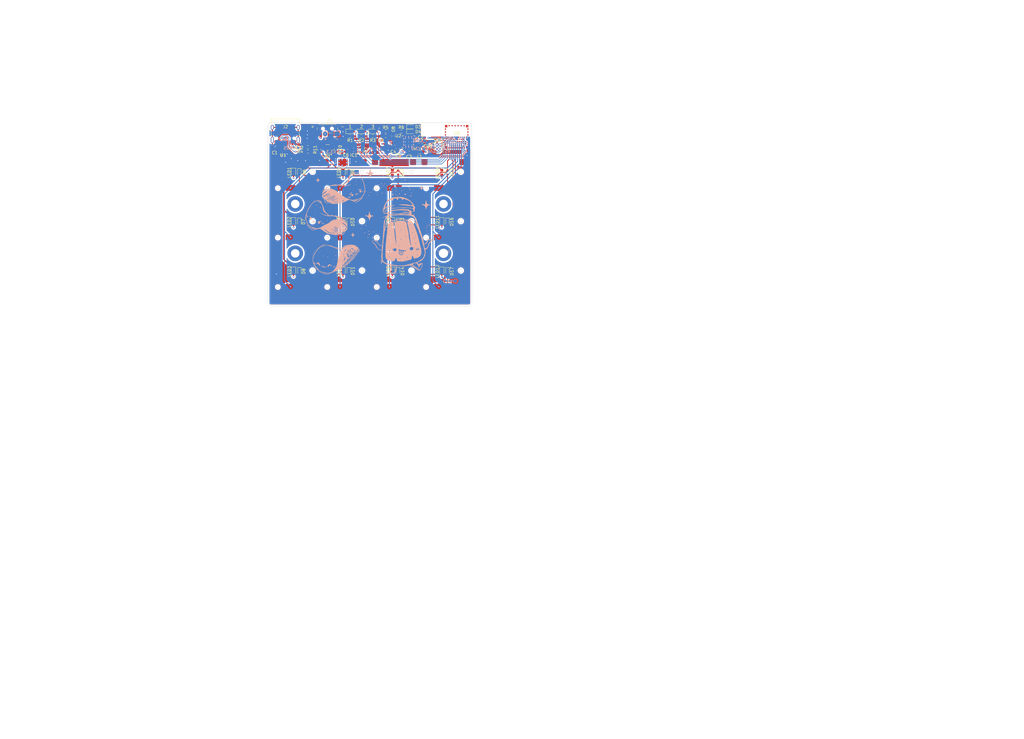
<source format=kicad_pcb>
(kicad_pcb (version 20241229) (generator "pcbnew") (generator_version "9.0")
  (layers (0 "F.Cu" signal) (4 "In1.Cu" power "GND") (6 "In2.Cu" power "PWR") (2 "B.Cu" signal) (13 "F.Paste" user) (15 "B.Paste" user) (5 "F.SilkS" user "F.Silkscreen") (7 "B.SilkS" user "B.Silkscreen") (1 "F.Mask" user) (3 "B.Mask" user) (25 "Edge.Cuts" user))
  (net 0 "")
  (net 1 "GND")
  (net 2 "/VBUS")
  (net 3 "/3VOUT")
  (net 4 "Net-(U2-DEC)")
  (net 5 "/VSYS")
  (net 6 "/LED_3")
  (net 7 "Net-(D1-K)")
  (net 8 "Net-(D2-K)")
  (net 9 "/LED_1")
  (net 10 "/LED_2")
  (net 11 "/Row0")
  (net 12 "/Row1")
  (net 13 "/Row2")
  (net 14 "/3.3VOUT")
  (net 18 "/Col0")
  (net 19 "/Col1")
  (net 20 "/Col2")
  (net 21 "/Col3")
  (net 22 "/CC2")
  (net 23 "/USB_D+")
  (net 24 "/USB_D-")
  (net 25 "/CC1")
  (net 26 "/Backlight_trigger")
  (net 27 "Net-(U2-NTC)")
  (net 28 "Net-(U2-ICHG)")
  (net 29 "/RESET")
  (net 30 "/SWDCLK")
  (net 31 "/SWDIO")
  (net 34 "Net-(U2-SW)")
  (net 35 "/VBAT")
  (net 37 "/KeyMatrix/LEDOut")
  (net 38 "Net-(J2-SHIELD)")
  (net 39 "Net-(D6-A)")
  (net 40 "Net-(D7-A)")
  (net 41 "Net-(D8-A)")
  (net 42 "Net-(D9-A)")
  (net 43 "Net-(D10-A)")
  (net 44 "Net-(D11-A)")
  (net 45 "Net-(D12-A)")
  (net 46 "Net-(D13-A)")
  (net 47 "Net-(D14-A)")
  (net 48 "Net-(D15-A)")
  (net 49 "Net-(D16-A)")
  (net 50 "Net-(D17-A)")
  (net 51 "Net-(D18-K)")
  (net 52 "Net-(R5-Pad2)")
  (net 60 "Net-(U3A-OUT_ANT)")
  (net 105 "Net-(SW2-B)")
  (net 106 "/LError")
  (net 107 "/LChg")
  (net 108 "Net-(LED1-K)")
  (footprint "LED_SMD:LED_0603_1608Metric" (layer "F.Cu") (at 99.28 29.730001)
    (property "Reference" "D4")
    (property "Value" "LED_Small")
  )
  (footprint "Capacitor_SMD:C_0603_1608Metric" (layer "F.Cu") (at 102.469999 33.710003 -90)
    (property "Reference" "C2")
    (property "Value" "10uF")
  )
  (footprint "Diode_SMD:D_SOD-523" (layer "F.Cu") (at 111.48 59.92 -90)
    (property "Reference" "D16")
    (property "Value" "D_Small")
  )
  (footprint "Capacitor_SMD:C_0603_1608Metric" (layer "F.Cu") (at 93.369999 31.29 90)
    (property "Reference" "C8")
    (property "Value" "1uF")
  )
  (footprint "Diode_SMD:D_SOD-523" (layer "F.Cu") (at 78.48 76.42 -90)
    (property "Reference" "D11")
    (property "Value" "D_Small")
  )
  (footprint "Resistor_SMD:R_0603_1608Metric" (layer "F.Cu") (at 96.039997 29.76)
    (property "Reference" "R6")
    (property "Value" "1.5k")
  )
  (footprint "Keyboard:CPG1316S01D02_front_mikefives" (layer "F.Cu") (at 110.12 62.44)
    (property "Reference" "KHS11" (hide yes))
    (property "Value" "KHS" (hide yes))
    (fp_circle (center -5.8 2.75) (end -5.3 2.75) (stroke (width 0.1)) (fill no) (layer "Edge.Cuts"))
    (fp_circle (center 5.8 -2.75) (end 6.4 -2.75) (stroke (width 0.1)) (fill no) (layer "Edge.Cuts"))
  )
  (footprint "Capacitor_SMD:C_0603_1608Metric" (layer "F.Cu") (at 82.87 35.87 -90)
    (property "Reference" "C7")
    (property "Value" "1uF")
  )
  (footprint "Diode_SMD:D_SOD-523" (layer "F.Cu") (at 61.98 59.92 -90)
    (property "Reference" "D7")
    (property "Value" "D_Small")
  )
  (footprint "Diode_SMD:D_SOD-523" (layer "F.Cu") (at 94.98 76.42 -90)
    (property "Reference" "D14")
    (property "Value" "D_Small")
  )
  (footprint "Resistor_SMD:R_0603_1608Metric" (layer "F.Cu") (at 90.81 31.22)
    (property "Reference" "R9")
    (property "Value" "5.1k")
  )
  (footprint "SamacSys_Parts:EVPBB2A9B000" (layer "F.Cu") (at 105.2275 33.2225 180)
    (property "Reference" "SW1")
    (property "Value" "EVP-BB1AAB000" (hide yes))
  )
  (footprint "Keyboard:CPG1316S01D02_front_mikefives" (layer "F.Cu") (at 93.62 62.44)
    (property "Reference" "KHS8" (hide yes))
    (property "Value" "KHS" (hide yes))
    (fp_circle (center -5.8 2.75) (end -5.3 2.75) (stroke (width 0.1)) (fill no) (layer "Edge.Cuts"))
    (fp_circle (center 5.8 -2.75) (end 6.4 -2.75) (stroke (width 0.1)) (fill no) (layer "Edge.Cuts"))
  )
  (footprint "LED_SMD:LED_0603_1608Metric" (layer "F.Cu") (at 60.052498 59.950002 -90)
    (property "Reference" "LED2")
    (property "Value" "LED_Small")
  )
  (footprint "Inductor_SMD:L_0805_2012Metric" (layer "F.Cu") (at 102.179998 36.560001 180)
    (property "Reference" "L1")
    (property "Value" "2.2uH")
  )
  (footprint "Resistor_SMD:R_0603_1608Metric" (layer "F.Cu") (at 68.679997 35.787498 90)
    (property "Reference" "R11")
    (property "Value" "1.5k")
  )
  (footprint "Fiducial:Fiducial_0.5mm_Mask1mm" (layer "F.Cu") (at 111.77 84.57)
    (property "Reference" "FID3" (hide yes))
    (property "Value" "Fiducial")
  )
  (footprint "Mikoto:UDFN-6_1.2x1.0mm_P0.4mm" (layer "F.Cu") (at 56.58 36.24 90)
    (property "Reference" "U1")
    (property "Value" "ESDR0502NMUTAG" (hide yes))
  )
  (footprint "Diode_SMD:D_SOD-523" (layer "F.Cu") (at 94.98 59.92 -90)
    (property "Reference" "D13")
    (property "Value" "D_Small")
  )
  (footprint "Diode_SMD:D_SOD-523" (layer "F.Cu") (at 111.48 43.42 -90)
    (property "Reference" "D15")
    (property "Value" "D_Small")
  )
  (footprint "Connector_USB:USB_C_Receptacle_HRO_TYPE-C-31-M-12" (layer "F.Cu") (at 57.29 29.4 180)
    (property "Reference" "J2")
    (property "Value" "USB_C_Receptacle_USB2.0_14P" (hide yes))
  )
  (footprint "Diode_SMD:D_SOD-523" (layer "F.Cu") (at 78.48 59.92 -90)
    (property "Reference" "D10")
    (property "Value" "D_Small")
  )
  (footprint "Diode_SMD:D_SOD-523" (layer "F.Cu") (at 78.48 43.42 -90)
    (property "Reference" "D9")
    (property "Value" "D_Small")
  )
  (footprint "LED_SMD:LED_0603_1608Metric" (layer "F.Cu") (at 60.052498 43.450002 -90)
    (property "Reference" "LED1")
    (property "Value" "LED_Small")
  )
  (footprint "Resistor_SMD:R_0603_1608Metric" (layer "F.Cu") (at 78.945 31.275 180)
    (property "Reference" "R1")
    (property "Value" "1.5k")
  )
  (footprint "Keyboard:CPG1316S01D02_front_mikefives" (layer "F.Cu") (at 93.62 45.94)
    (property "Reference" "KHS7" (hide yes))
    (property "Value" "KHS" (hide yes))
    (fp_circle (center -5.8 2.75) (end -5.3 2.75) (stroke (width 0.1)) (fill no) (layer "Edge.Cuts"))
    (fp_circle (center 5.8 -2.75) (end 6.4 -2.75) (stroke (width 0.1)) (fill no) (layer "Edge.Cuts"))
  )
  (footprint "Resistor_SMD:R_0603_1608Metric" (layer "F.Cu") (at 74.19 35.670003 -90)
    (property "Reference" "R10")
    (property "Value" "5.1k")
  )
  (footprint "LED_SMD:LED_0603_1608Metric" (layer "F.Cu") (at 82.75 29.71)
    (property "Reference" "D1" (hide yes))
    (property "Value" "LED_Small")
  )
  (footprint "Diode_SMD:D_SOD-523" (layer "F.Cu") (at 111.48 76.42 -90)
    (property "Reference" "D17")
    (property "Value" "D_Small")
  )
  (footprint "LED_SMD:LED_0603_1608Metric" (layer "F.Cu") (at 76.552498 76.450002 -90)
    (property "Reference" "LED6")
    (property "Value" "LED_Small")
  )
  (footprint "LED_SMD:LED_0603_1608Metric" (layer "F.Cu") (at 93.052498 76.450002 -90)
    (property "Reference" "LED9")
    (property "Value" "LED_Small")
  )
  (footprint "LED_SMD:LED_0603_1608Metric" (layer "F.Cu") (at 99.28 28.11)
    (property "Reference" "D3")
    (property "Value" "LED_Small")
  )
  (footprint "ISP1807-LR-RS:ISP1807-LR-RS" (layer "F.Cu") (at 114.519999 31.444995 180)
    (property "Reference" "U3")
    (property "Value" "ISP1807-LR-RS")
  )
  (footprint "Keyboard:CPG1316S01D02_front_mikefives" (layer "F.Cu") (at 77.12 78.94)
    (property "Reference" "KHS6" (hide yes))
    (property "Value" "KHS" (hide yes))
    (fp_circle (center -5.8 2.75) (end -5.3 2.75) (stroke (width 0.1)) (fill no) (layer "Edge.Cuts"))
    (fp_circle (center 5.8 -2.75) (end 6.4 -2.75) (stroke (width 0.1)) (fill no) (layer "Edge.Cuts"))
  )
  (footprint "Resistor_SMD:R_0603_1608Metric" (layer "F.Cu") (at 90.809999 29.689997 180)
    (property "Reference" "R5")
    (property "Value" "5.1k")
  )
  (footprint "Keyboard:CPG1316S01D02_front_mikefives" (layer "F.Cu") (at 60.62 78.94)
    (property "Reference" "KHS3" (hide yes))
    (property "Value" "KHS" (hide yes))
    (fp_circle (center -5.8 2.75) (end -5.3 2.75) (stroke (width 0.1)) (fill no) (layer "Edge.Cuts"))
    (fp_circle (center 5.8 -2.75) (end 6.4 -2.75) (stroke (width 0.1)) (fill no) (layer "Edge.Cuts"))
  )
  (footprint "Capacitor_SMD:C_0603_1608Metric" (layer "F.Cu") (at 77.609998 35.700004 -90)
    (property "Reference" "C6")
    (property "Value" "10uF")
  )
  (footprint "Keyboard:CPG1316S01D02_front_mikefives" (layer "F.Cu") (at 60.62 45.94)
    (property "Reference" "KHS1" (hide yes))
    (property "Value" "KHS" (hide yes))
    (fp_circle (center -5.8 2.75) (end -5.3 2.75) (stroke (width 0.1)) (fill no) (layer "Edge.Cuts"))
    (fp_circle (center 5.8 -2.75) (end 6.4 -2.75) (stroke (width 0.1)) (fill no) (layer "Edge.Cuts"))
  )
  (footprint "Button_Switch_SMD:SW_SPDT_PCM12" (layer "F.Cu") (at 71.369999 29.095001 180)
    (property "Reference" "SW2" (hide yes))
    (property "Value" "SW_SPDT" (hide yes))
  )
  (footprint "Keyboard:CPG1316S01D02_front_mikefives" (layer "F.Cu") (at 110.12 45.94)
    (property "Reference" "KHS10" (hide yes))
    (property "Value" "KHS" (hide yes))
    (fp_circle (center -5.8 2.75) (end -5.3 2.75) (stroke (width 0.1)) (fill no) (layer "Edge.Cuts"))
    (fp_circle (center 5.8 -2.75) (end 6.4 -2.75) (stroke (width 0.1)) (fill no) (layer "Edge.Cuts"))
  )
  (footprint "LED_SMD:LED_0603_1608Metric" (layer "F.Cu") (at 60.052498 76.450002 -90)
    (property "Reference" "LED3")
    (property "Value" "LED_Small")
  )
  (footprint "LED_SMD:LED_0603_1608Metric" (layer "F.Cu") (at 86.535 29.695)
    (property "Reference" "D2" (hide yes))
    (property "Value" "LED_Small")
  )
  (footprint "Capacitor_SMD:C_0603_1608Metric" (layer "F.Cu") (at 94.910002 35.445 -90)
    (property "Reference" "C5")
    (property "Value" "2.2uF")
  )
  (footprint "Resistor_SMD:R_0603_1608Metric" (layer "F.Cu") (at 64.81 36.48)
    (property "Reference" "R4")
    (property "Value" "5.1k")
  )
  (footprint "Keyboard:CPG1316S01D02_front_mikefives" (layer "F.Cu") (at 60.62 62.44)
    (property "Reference" "KHS2" (hide yes))
    (property "Value" "KHS" (hide yes))
    (fp_circle (center -5.8 2.75) (end -5.3 2.75) (stroke (width 0.1)) (fill no) (layer "Edge.Cuts"))
    (fp_circle (center 5.8 -2.75) (end 6.4 -2.75) (stroke (width 0.1)) (fill no) (layer "Edge.Cuts"))
  )
  (footprint "LED_SMD:LED_0603_1608Metric" (layer "F.Cu") (at 109.552498 59.950002 -90)
    (property "Reference" "LED11")
    (property "Value" "LED_Small")
  )
  (footprint "LED_SMD:LED_0603_1608Metric" (layer "F.Cu") (at 93.052498 59.950002 -90)
    (property "Reference" "LED8")
    (property "Value" "LED_Small")
  )
  (footprint "Diode_SMD:D_SOD-523" (layer "F.Cu") (at 61.98 43.42 -90)
    (property "Reference" "D6")
    (property "Value" "D_Small")
  )
  (footprint "SamacSys_Parts:SON65P200X200X90-7N" (layer "F.Cu") (at 80.09 35.83 180)
    (property "Reference" "IC1")
    (property "Value" "MCP1700T-3302E_MAY" (hide yes))
  )
  (footprint "Capacitor_SMD:C_0603_1608Metric" (layer "F.Cu") (at 93.369999 34.330004 90)
    (property "Reference" "C4")
    (property "Value" "10uF")
  )
  (footprint "Keyboard:CPG1316S01D02_front_mikefives" (layer "F.Cu") (at 93.62 78.94)
    (property "Reference" "KHS9" (hide yes))
    (property "Value" "KHS" (hide yes))
    (fp_circle (center -5.8 2.75) (end -5.3 2.75) (stroke (width 0.1)) (fill no) (layer "Edge.Cuts"))
    (fp_circle (center 5.8 -2.75) (end 6.4 -2.75) (stroke (width 0.1)) (fill no) (layer "Edge.Cuts"))
  )
  (footprint "LED_SMD:LED_0603_1608Metric" (layer "F.Cu") (at 78.965 29.715)
    (property "Reference" "D18" (hide yes))
    (property "Value" "LED_Small")
  )
  (footprint "Capacitor_SMD:C_0603_1608Metric" (layer "F.Cu") (at 53.76 35.52)
    (property "Reference" "C1")
    (property "Value" "10nF")
  )
  (footprint "Keyboard:CPG1316S01D02_front_mikefives" (layer "F.Cu") (at 110.12 78.94)
    (property "Reference" "KHS12" (hide yes))
    (property "Value" "KHS" (hide yes))
    (fp_circle (center -5.8 2.75) (end -5.3 2.75) (stroke (width 0.1)) (fill no) (layer "Edge.Cuts"))
    (fp_circle (center 5.8 -2.75) (end 6.4 -2.75) (stroke (width 0.1)) (fill no) (layer "Edge.Cuts"))
  )
  (footprint "Diode_SMD:D_SOD-523" (layer "F.Cu") (at 94.98 43.42 -90)
    (property "Reference" "D12")
    (property "Value" "D_Small")
  )
  (footprint "LED_SMD:LED_0603_1608Metric" (layer "F.Cu") (at 76.552498 43.450002 -90)
    (property "Reference" "LED4")
    (property "Value" "LED_Small")
  )
  (footprint "LED_SMD:LED_0603_1608Metric" (layer "F.Cu") (at 109.552498 43.450002 -90)
    (property "Reference" "LED10")
    (property "Value" "LED_Small")
  )
  (footprint "LED_SMD:LED_0603_1608Metric" (layer "F.Cu") (at 109.552498 76.450002 -90)
    (property "Reference" "LED12")
    (property "Value" "LED_Small")
  )
  (footprint "Package_TO_SOT_SMD:SOT-23" (layer "F.Cu") (at 71.439994 35.700001 180)
    (property "Reference" "Q1")
    (property "Value" "AO3400A")
  )
  (footprint "Keyboard:CPG1316S01D02_front_mikefives" (layer "F.Cu") (at 77.12 45.94)
    (property "Reference" "KHS4" (hide yes))
    (property "Value" "KHS" (hide yes))
    (fp_circle (center -5.8 2.75) (end -5.3 2.75) (stroke (width 0.1)) (fill no) (layer "Edge.Cuts"))
    (fp_circle (center 5.8 -2.75) (end 6.4 -2.75) (stroke (width 0.1)) (fill no) (layer "Edge.Cuts"))
  )
  (footprint "Fiducial:Fiducial_0.5mm_Mask1mm" (layer "F.Cu") (at 64.69 28.3)
    (property "Reference" "FID1" (hide yes))
    (property "Value" "Fiducial")
  )
  (footprint "Resistor_SMD:R_0603_1608Metric" (layer "F.Cu") (at 64.81 34.96)
    (property "Reference" "R12")
    (property "Value" "5.1k")
  )
  (footprint "Resistor_SMD:R_0603_1608Metric" (layer "F.Cu") (at 86.515 31.275 180)
    (property "Reference" "R3")
    (property "Value" "1.5k")
  )
  (footprint "Diode_SMD:D_SOD-523" (layer "F.Cu") (at 61.98 76.42 -90)
    (property "Reference" "D8")
    (property "Value" "D_Small")
  )
  (footprint "Package_DFN_QFN:QFN-24-1EP_4x4mm_P0.5mm_EP2.6x2.6mm_ThermalVias" (layer "F.Cu") (at 98.46 33.19 180)
    (property "Reference" "U2")
    (property "Value" "nPM1100-QDXX")
  )
  (footprint "LED_SMD:LED_0603_1608Metric" (layer "F.Cu") (at 76.552498 59.950002 -90)
    (property "Reference" "LED5")
    (property "Value" "LED_Small")
  )
  (footprint "Keyboard:CPG1316S01D02_front_mikefives" (layer "F.Cu") (at 77.12 62.44)
    (property "Reference" "KHS5" (hide yes))
    (property "Value" "KHS" (hide yes))
    (fp_circle (center -5.8 2.75) (end -5.3 2.75) (stroke (width 0.1)) (fill no) (layer "Edge.Cuts"))
    (fp_circle (center 5.8 -2.75) (end 6.4 -2.75) (stroke (width 0.1)) (fill no) (layer "Edge.Cuts"))
  )
  (footprint "Resistor_SMD:R_0603_1608Metric" (layer "F.Cu") (at 82.73 31.275 180)
    (property "Reference" "R2")
    (property "Value" "1.5k")
  )
  (footprint "Fiducial:Fiducial_0.5mm_Mask1mm" (layer "F.Cu") (at 56.53 84.63)
    (property "Reference" "FID2" (hide yes))
    (property "Value" "Fiducial")
  )
  (footprint "Connector_PinHeader_1.00mm:PinHeader_2x03_P1.00mm_Vertical" (layer "F.Cu") (at 107.96 34.089999)
    (property "Reference" "J1" (hide yes))
    (property "Value" "Conn_02x03_Odd_Even")
  )
  (footprint "LED_SMD:LED_0603_1608Metric" (layer "F.Cu") (at 93.052498 43.450002 -90)
    (property "Reference" "LED7")
    (property "Value" "LED_Small")
  )
  (footprint "Capacitor_SMD:C_0603_1608Metric" (layer "F.Cu") (at 98.71 36.770002)
    (property "Reference" "C3")
    (property "Value" "10uF")
  )
  (footprint "Keyboard:SMTSO_M2_C4_2+C2.7_1.5" (layer "B.Cu") (at 60.62 53.94 180)
    (property "Reference" "H3" (hide yes))
    (property "Value" "MountingHole")
  )
  (footprint "Keyboard:SMTSO_M2_C4_2+C2.7_1.5" (layer "B.Cu") (at 110.12 70.44 180)
    (property "Reference" "H4" (hide yes))
    (property "Value" "MountingHole")
  )
  (footprint "TestPoint:TestPoint_Pad_D1.0mm" (layer "B.Cu") (at 114.1 79.69 180)
    (property "Reference" "TP9" (hide yes))
    (property "Value" "TestPoint_Probe")
  )
  (footprint "Art:chip" (layer "B.Cu") (at 85.019471 60.5199 180)
    (property "Reference" "H5" (hide yes))
    (property "Value" "MountingHole" (hide yes))
  )
  (footprint "TestPoint:TestPoint_Pad_1.5x1.5mm" (layer "B.Cu") (at 74.57 30.54 -90)
    (property "Reference" "TP2" (hide yes))
    (property "Value" "TestPoint" (hide yes))
  )
  (footprint "Keyboard:Solder Nut" (layer "B.Cu") (at 110.12 70.44 180)
    (property "Reference" "REF**")
    (property "Value" "Solder Nut")
  )
  (footprint "TestPoint:TestPoint_Pad_D1.0mm" (layer "B.Cu") (at 103.63 35.4 180)
    (property "Reference" "TP5" (hide yes))
    (property "Value" "TestPoint_Probe")
  )
  (footprint "TestPoint:TestPoint_Pad_D1.5mm" (layer "B.Cu") (at 70.62 30.53 -90)
    (property "Reference" "TP1" (hide yes))
    (property "Value" "TestPoint")
  )
  (footprint "TestPoint:TestPoint_Pad_D1.0mm" (layer "B.Cu") (at 103.8 32.77 180)
    (property "Reference" "TP7" (hide yes))
    (property "Value" "TestPoint_Probe")
  )
  (footprint "TestPoint:TestPoint_Pad_D1.0mm" (layer "B.Cu") (at 108.63 32.5 180)
    (property "Reference" "TP8" (hide yes))
    (property "Value" "TestPoint_Probe")
  )
  (footprint "Keyboard:SMTSO_M2_C4_2+C2.7_1.5" (layer "B.Cu") (at 110.12 53.94 180)
    (property "Reference" "H2" (hide yes))
    (property "Value" "MountingHole")
  )
  (footprint "TestPoint:TestPoint_Pad_D1.0mm" (layer "B.Cu") (at 85.69 36.9 180)
    (property "Reference" "TP4" (hide yes))
    (property "Value" "TestPoint_Probe")
  )
  (footprint "TestPoint:TestPoint_Pad_D1.0mm" (layer "B.Cu") (at 61.65 35.14 180)
    (property "Reference" "TP6" (hide yes))
    (property "Value" "TestPoint_Probe")
  )
  (footprint "Art:Salt-smallest" (layer "B.Cu") (at 63.92 82.09 180)
    (property "Reference" "H6" (hide yes))
    (property "Value" "MountingHole" (hide yes))
  )
  (footprint "Keyboard:SMTSO_M2_C4_2+C2.7_1.5" (layer "B.Cu") (at 60.62 70.44 180)
    (property "Reference" "H1" (hide yes))
    (property "Value" "MountingHole")
  )
  (footprint "TestPoint:TestPoint_Pad_D1.0mm" (layer "B.Cu") (at 75.43 36.48 180)
    (property "Reference" "TP3" (hide yes))
    (property "Value" "TestPoint_Probe")
  )
  (gr_arc (start 118.52 26.74) (mid 119.227107 27.032893) (end 119.52 27.74) (stroke (width 0.1)) (layer "Edge.Cuts"))
  (gr_line (start 119.52 27.74) (end 119.52 87) (stroke (width 0.1)) (layer "Edge.Cuts"))
  (gr_arc (start 52.52 88) (mid 51.812893 87.707107) (end 51.52 87) (stroke (width 0.1)) (layer "Edge.Cuts"))
  (gr_arc (start 51.52 27.74) (mid 51.812893 27.032893) (end 52.52 26.74) (stroke (width 0.1)) (layer "Edge.Cuts"))
  (gr_arc (start 119.52 87) (mid 119.227107 87.707107) (end 118.52 88) (stroke (width 0.1)) (layer "Edge.Cuts"))
  (gr_line (start 51.52 87) (end 51.52 27.74) (stroke (width 0.1)) (layer "Edge.Cuts"))
  (gr_line (start 52.52 26.74) (end 118.52 26.74) (stroke (width 0.1)) (layer "Edge.Cuts"))
  (gr_line (start 118.52 88) (end 52.52 88) (stroke (width 0.1)) (layer "Edge.Cuts"))
  (gr_text "\n" (at 46.77 129.83 0) (layer "F.Cu") (effects (font (size 1.27 1.27))))
  (gr_text "+" (at 66.41 28.09 -0) (layer "F.SilkS") (effects (font (size 1 1))))
  (gr_text "2" (at 82.765 28.09 0) (layer "F.SilkS") (effects (font (size 1 1))))
  (gr_text "DBG" (at 108.46 32.54 0) (layer "F.SilkS") (effects (font (size 1 1))))
  (gr_text "1" (at 78.96 28.09 0) (layer "F.SilkS") (effects (font (size 1 1))))
  (gr_text "3" (at 86.57 28.09 0) (layer "F.SilkS") (effects (font (size 1 1))))
  (gr_text "-" (at 76.42 28.09 -0) (layer "F.SilkS") (effects (font (size 1 1))))
  (gr_text "V3.3" (at 111.54 79.72 0) (layer "B.SilkS") (effects (font (size 1 1)) (justify mirror)))
  (gr_text "+" (at 70.73 32.24 0) (layer "B.SilkS") (effects (font (size 1 1)) (justify mirror)))
  (gr_text "GND	" (at 101.23 32.79 0) (layer "B.SilkS") (effects (font (size 1 1)) (justify mirror)))
  (gr_text "IO    3V\n" (at 108.45 33.94 0) (layer "B.SilkS") (effects (font (size 1.016 1.016) (thickness 0.1524) (bold yes)) (justify mirror)))
  (gr_text "-" (at 74.57 32.24 0) (layer "B.SilkS") (effects (font (size 1 1)) (justify mirror)))
  (gr_text "VBUS" (at 58.61 35.25 0) (layer "B.SilkS") (effects (font (size 1 1)) (justify mirror)))
  (gr_text "RST   GND" (at 108.41 36.38 0) (layer "B.SilkS") (effects (font (size 1.016 1.016) (thickness 0.1524) (bold yes)) (justify mirror)))
  (gr_text "VBUS" (at 111.59 32.19 0) (layer "B.SilkS") (effects (font (size 1 1)) (justify mirror)))
  (gr_text "VSYS" (at 82.81 36.84 0) (layer "B.SilkS") (effects (font (size 1 1)) (justify mirror)))
  (gr_text "V3.3" (at 72.64 36.5 0) (layer "B.SilkS") (effects (font (size 1 1)) (justify mirror)))
  (gr_text "V3.0" (at 100.99 35.44 0) (layer "B.SilkS") (effects (font (size 1 1)) (justify mirror)))
  (gr_text "CLK   GND" (at 108.44 35.15 0) (layer "B.SilkS") (effects (font (size 1.016 1.016) (thickness 0.1524) (bold yes)) (justify mirror)))
  (segment (start 93.369992 30.515002) (end 93.369992 29.129992) (width 0.3048) (layer "F.Cu") (net 1))
  (segment (start 93.369992 29.129992) (end 93.36 29.12) (width 0.3048) (layer "F.Cu") (net 1))
  (segment (start 80.472998 31.978) (end 79.769998 31.275) (width 0.2) (layer "F.Cu") (net 1))
  (segment (start 65.635 36.48) (end 65.635 34.96) (width 0.4064) (layer "F.Cu") (net 1))
  (segment (start 111.92 32.016496) (end 111.92 31.691493) (width 0.4064) (layer "F.Cu") (net 1))
  (segment (start 86.604484 35.945516) (end 85.583974 34.925006) (width 0.2032) (layer "F.Cu") (net 1))
  (segment (start 100.397504 31.940001) (end 99.710002 31.940001) (width 0.2032) (layer "F.Cu") (net 1))
  (segment (start 92.770002 29.709998) (end 93.36 29.12) (width 0.3048) (layer "F.Cu") (net 1))
  (segment (start 103.6525 34.6225) (end 104.13 35.1) (width 0.2032) (layer "F.Cu") (net 1))
  (segment (start 106.39 37.4) (end 104.98 35.99) (width 0.3048) (layer "F.Cu") (net 1))
  (segment (start 109.67 37.4) (end 106.39 37.4) (width 0.3048) (layer "F.Cu") (net 1))
  (segment (start 111.019999 34.944995) (end 111.019999 36.050001) (width 0.3048) (layer "F.Cu") (net 1))
  (segment (start 54.535 35.52) (end 55.580001 36.565001) (width 0.3048) (layer "F.Cu") (net 1))
  (segment (start 91.924999 29.709998) (end 92.770002 29.709998) (width 0.3048) (layer "F.Cu") (net 1))
  (segment (start 94.910008 35.974999) (end 94.240003 35.974999) (width 0.3048) (layer "F.Cu") (net 1))
  (segment (start 77.218 31.978) (end 76.59 31.35) (width 0.2) (layer "F.Cu") (net 1))
  (segment (start 107.21 32.74) (end 107.21 32.7) (width 0.3048) (layer "F.Cu") (net 1))
  (segment (start 104.13 35.1) (end 104.96 35.1) (width 0.2032) (layer "F.Cu") (net 1))
  (segment (start 98.709999 31.252503) (end 98.709999 32.940001) (width 0.2032) (layer "F.Cu") (net 1))
  (segment (start 107.21 32.7) (end 108.065009 31.844991) (width 0.3048) (layer "F.Cu") (net 1))
  (segment (start 104.98 35.08) (end 105.16 35.08) (width 0.2032) (layer "F.Cu") (net 1))
  (segment (start 104.98 35.99) (end 104.98 35.08) (width 0.3048) (layer "F.Cu") (net 1))
  (segment (start 86.636998 31.978) (end 84.257998 31.978) (width 0.2) (layer "F.Cu") (net 1))
  (segment (start 82.054992 34.28) (end 78.255004 34.28) (width 0.2032) (layer "F.Cu") (net 1))
  (segment (start 54.039995 33.445) (end 54.039995 34.6) (width 0.3048) (layer "F.Cu") (net 1))
  (segment (start 94 29.76) (end 93.36 29.12) (width 0.3048) (layer "F.Cu") (net 1))
  (segment (start 87.21 36.551032) (end 87.21 36.82) (width 0.2) (layer "F.Cu") (net 1))
  (segment (start 105.169999 35.089999) (end 107.959999 35.089999) (width 0.2032) (layer "F.Cu") (net 1))
  (segment (start 103.6525 32.8475) (end 102.557496 32.8475) (width 0.2032) (layer "F.Cu") (net 1))
  (segment (start 82.851998 31.978) (end 80.472998 31.978) (width 0.2) (layer "F.Cu") (net 1))
  (segment (start 102.557496 32.8475) (end 102.469993 32.935003) (width 0.2032) (layer "F.Cu") (net 1))
  (segment (start 79.066998 31.978) (end 77.218 31.978) (width 0.2) (layer "F.Cu") (net 1))
  (segment (start 86.604484 35.945516) (end 87.21 36.551032) (width 0.2) (layer "F.Cu") (net 1))
  (segment (start 118.02 37.74) (end 118.02 34.944996) (width 0.3048) (layer "F.Cu") (net 1))
  (segment (start 95.214996 29.76) (end 94 29.76) (width 0.3048) (layer "F.Cu") (net 1))
  (segment (start 87.339998 31.275) (end 86.636998 31.978) (width 0.2) (layer "F.Cu") (net 1))
  (segment (start 79.769998 31.275) (end 79.066998 31.978) (width 0.2) (layer "F.Cu") (net 1))
  (segment (start 111.019999 36.050001) (end 109.67 37.4) (width 0.3048) (layer "F.Cu") (net 1))
  (segment (start 60.539999 33.445002) (end 60.955398 33.860401) (width 0.3048) (layer "F.Cu") (net 1))
  (segment (start 81.190008 35.180001) (end 82.785001 35.180001) (width 0.3048) (layer "F.Cu") (net 1))
  (segment (start 54.039995 35.024995) (end 54.535 35.52) (width 0.3048) (layer "F.Cu") (net 1))
  (segment (start 62.359599 33.860401) (end 62.53 33.69) (width 0.3048) (layer "F.Cu") (net 1))
  (segment (start 72.377498 34.750002) (end 74.094999 34.750002) (width 0.3048) (layer "F.Cu") (net 1))
  (segment (start 97.694098 36.770008) (end 97.184699 37.279407) (width 0.3048) (layer "F.Cu") (net 1))
  (segment (start 107.96 36.089999) (end 107.959999 35.089999) (width 0.2032) (layer "F.Cu") (net 1))
  (segment (start 112.895002 32.341495) (end 112.244999 32.341495) (width 0.4064) (layer "F.Cu") (net 1))
  (segment (start 99.709997 31.940006) (end 99.510001 32.140002) (width 0.2032) (layer "F.Cu") (net 1))
  (segment (start 99.209996 35.127499) (end 99.209996 34.240001) (width 0.2032) (layer "F.Cu") (net 1))
  (segment (start 112.244999 32.341495) (end 111.92 32.016496) (width 0.4064) (layer "F.Cu") (net 1))
  (segment (start 111.92 31.691493) (end 111.173496 31.691493) (width 0.4064) (layer "F.Cu") (net 1))
  (segment (start 99.710002 31.940001) (end 99.510001 32.140002) (width 0.2032) (layer "F.Cu") (net 1))
  (segment (start 94.240003 35.974999) (end 93.370006 35.105002) (width 0.3048) (layer "F.Cu") (net 1))
  (segment (start 93.370006 35.105002) (end 92.574998 35.105002) (width 0.3048) (layer "F.Cu") (net 1))
  (segment (start 85.583974 34.925006) (end 82.699998 34.925006) (width 0.2032) (layer "F.Cu") (net 1))
  (segment (start 113.870001 31.691492) (end 115.169993 31.691492) (width 0.4064) (layer "F.Cu") (net 1))
  (segment (start 82.785001 35.180001) (end 82.869997 35.095005) (width 0.3048) (layer "F.Cu") (net 1))
  (segment (start 55.580001 36.565001) (end 56.180002 36.565001) (width 0.3048) (layer "F.Cu") (net 1))
  (segment (start 103.75 32.8775) (end 103.75 33.6275) (width 0.2032) (layer "F.Cu") (net 1))
  (segment (start 100.3975 32.939997) (end 98.710003 32.939997) (width 0.2032) (layer "F.Cu") (net 1))
  (segment (start 60.955398 33.860401) (end 62.359599 33.860401) (width 0.3048) (layer "F.Cu") (net 1))
  (segment (start 82.869997 34.945005) (end 82.849997 34.925005) (width 0.3048) (layer "F.Cu") (net 1))
  (segment (start 103.6525 33.5975) (end 103.6525 34.6225) (width 0.2032) (layer "F.Cu") (net 1))
  (segment (start 83.554998 31.275) (end 82.851998 31.978) (width 0.2) (layer "F.Cu") (net 1))
  (segment (start 92.574998 35.105002) (end 91.67 36.01) (width 0.3048) (layer "F.Cu") (net 1))
  (segment (start 84.257998 31.978) (end 83.554998 31.275) (width 0.2) (layer "F.Cu") (net 1))
  (segment (start 105.16 35.08) (end 105.169999 35.089999) (width 0.2032) (layer "F.Cu") (net 1))
  (segment (start 108.065009 31.844991) (end 111.019998 31.844991) (width 0.3048) (layer "F.Cu") (net 1))
  (segment (start 82.869997 35.095005) (end 82.869997 34.945005) (width 0.3048) (layer "F.Cu") (net 1))
  (segment (start 97.710004 31.252501) (end 97.710004 32.139999) (width 0.2032) (layer "F.Cu") (net 1))
  (segment (start 54.039995 34.6) (end 54.039995 35.024995) (width 0.3048) (layer "F.Cu") (net 1))
  (segment (start 104.96 35.1) (end 104.98 35.08) (width 0.2032) (layer "F.Cu") (net 1))
  (segment (start 78.255004 34.28) (end 77.609995 34.925009) (width 0.2032) (layer "F.Cu") (net 1))
  (segment (start 82.699998 34.925006) (end 82.054992 34.28) (width 0.2032) (layer "F.Cu") (net 1))
  (segment (start 105.989999 36.089999) (end 104.98 35.08) (width 0.2032) (layer "F.Cu") (net 1))
  (segment (start 107.96 36.089999) (end 105.989999 36.089999) (width 0.2032) (layer "F.Cu") (net 1))
  (segment (start 99.709997 31.252499) (end 99.709997 31.940006) (width 0.2032) (layer "F.Cu") (net 1))
  (via (at 78.94 39.68) (size 0.6) (drill 0.3) (layers "F.Cu" "B.Cu") (net 1))
  (via (at 88.9 38.93) (size 0.6) (drill 0.3) (layers "F.Cu" "B.Cu") (net 1))
  (via (at 88.68 28.59) (size 0.6) (drill 0.3) (layers "F.Cu" "B.Cu") (net 1))
  (via (at 97.184699 37.279407) (size 0.6) (drill 0.3) (layers "F.Cu" "B.Cu") (net 1))
  (via (at 78.94 40.37) (size 0.6) (drill 0.3) (layers "F.Cu" "B.Cu") (net 1))
  (via (at 113.870001 31.691492) (size 0.4) (drill 0.2) (layers "F.Cu" "B.Cu") (net 1))
  (via (at 74.08 38.83) (size 0.6) (drill 0.3) (layers "F.Cu" "B.Cu") (net 1))
  (via (at 64.63 32.02) (size 0.6) (drill 0.3) (layers "F.Cu" "B.Cu") (net 1))
  (via (at 68.74 39.4) (size 0.6) (drill 0.3) (layers "F.Cu" "B.Cu") (net 1))
  (via (at 87.21 36.82) (size 0.6) (drill 0.3) (layers "F.Cu" "B.Cu") (net 1))
  (via (at 57.43 40.01) (size 0.6) (drill 0.3) (layers "F.Cu" "B.Cu") (net 1))
  (via (at 78.94 38.87) (size 0.6) (drill 0.3) (layers "F.Cu" "B.Cu") (net 1))
  (via (at 64.66 29.56) (size 0.6) (drill 0.3) (layers "F.Cu" "B.Cu") (net 1))
  (via (at 64.07 39.46) (size 0.6) (drill 0.3) (layers "F.Cu" "B.Cu") (net 1))
  (via (at 74.08 40.27) (size 0.6) (drill 0.3) (layers "F.Cu" "B.Cu") (net 1))
  (via (at 118.019997 31.844998) (size 0.6) (drill 0.3) (layers "F.Cu" "B.Cu") (net 1))
  (via (at 54.35 77.34) (size 0.6) (drill 0.3) (layers "F.Cu" "B.Cu") (net 1))
  (via (at 80.09 36.42) (size 0.5) (drill 0.2) (layers "F.Cu" "B.Cu") (net 1))
  (via (at 76.59 31.35) (size 0.6) (drill 0.3) (layers "F.Cu" "B.Cu") (net 1))
  (via (at 118.02 37.74) (size 0.6) (drill 0.3) (layers "F.Cu" "B.Cu") (net 1))
  (via (at 59.29 38.76) (size 0.6) (drill 0.3) (layers "F.Cu" "B.Cu") (net 1))
  (via (at 62.53 33.69) (size 0.6) (drill 0.3) (layers "F.Cu" "B.Cu") (net 1))
  (via (at 61.43 39.46) (size 0.6) (drill 0.3) (layers "F.Cu" "B.Cu") (net 1))
  (via (at 76.61 29.8) (size 0.6) (drill 0.3) (layers "F.Cu" "B.Cu") (net 1))
  (via (at 64.66 30.8) (size 0.6) (drill 0.3) (layers "F.Cu" "B.Cu") (net 1))
  (via (at 111.019998 31.844991) (size 0.4) (drill 0.2) (layers "F.Cu" "B.Cu") (net 1))
  (via (at 91.67 36.01) (size 0.6) (drill 0.3) (layers "F.Cu" "B.Cu") (net 1))
  (via (at 54.039995 34.6) (size 0.6) (drill 0.3) (layers "F.Cu" "B.Cu") (net 1))
  (via (at 107.21 32.74) (size 0.6) (drill 0.3) (layers "F.Cu" "B.Cu") (net 1))
  (via (at 80.89 39.79) (size 0.6) (drill 0.3) (layers "F.Cu" "B.Cu") (net 1))
  (via (at 57.91 37.25) (size 0.6) (drill 0.3) (layers "F.Cu" "B.Cu") (net 1))
  (via (at 104.98 35.08) (size 0.6) (drill 0.3) (layers "F.Cu" "B.Cu") (net 1))
  (via (at 74.08 39.55) (size 0.6) (drill 0.3) (layers "F.Cu" "B.Cu") (net 1))
  (via (at 80.07 35.23) (size 0.5) (drill 0.2) (layers "F.Cu" "B.Cu") (net 1))
  (via (at 93.36 29.12) (size 0.6) (drill 0.3) (layers "F.Cu" "B.Cu") (net 1))
  (segment (start 111.24619 31.618799) (end 111.019998 31.844991) (width 0.2032) (layer "B.Cu") (net 1))
  (segment (start 113.797308 31.618799) (end 111.24619 31.618799) (width 0.2032) (layer "B.Cu") (net 1))
  (segment (start 104.98 33.95) (end 103.8 32.77) (width 0.4064) (layer "B.Cu") (net 1))
  (segment (start 104.98 35.08) (end 104.98 33.95) (width 0.4064) (layer "B.Cu") (net 1))
  (segment (start 103.8 32.77) (end 104.22 33.19) (width 0.4064) (layer "B.Cu") (net 1))
  (segment (start 113.870001 31.691492) (end 113.797308 31.618799) (width 0.2032) (layer "B.Cu") (net 1))
  (segment (start 55.128403 32.581597) (end 55.128403 31.75) (width 0.3048) (layer "F.Cu") (net 2))
  (segment (start 92.41 34.31) (end 94.549996 34.31) (width 0.3048) (layer "F.Cu") (net 2))
  (segment (start 59.740001 34.449999) (end 59.72 34.47) (width 0.4064) (layer "F.Cu") (net 2))
  (segment (start 90.24 33.85) (end 90.7 34.31) (width 0.4064) (layer "F.Cu") (net 2))
  (segment (start 58.35 30.7) (end 59.451601 31.801601) (width 0.3048) (layer "F.Cu") (net 2))
  (segment (start 56.178403 30.7) (end 58.35 30.7) (width 0.3048) (layer "F.Cu") (net 2))
  (segment (start 96.522501 33.939996) (end 95.64 33.939996) (width 0.3048) (layer "F.Cu") (net 2))
  (segment (start 59.740001 33.445002) (end 59.740001 34.449999) (width 0.4064) (layer "F.Cu") (net 2))
  (segment (start 54.840002 34.280002) (end 54.840002 33.444999) (width 0.2032) (layer "F.Cu") (net 2))
  (segment (start 55.128403 31.75) (end 56.178403 30.7) (width 0.3048) (layer "F.Cu") (net 2))
  (segment (start 56.180002 35.620002) (end 54.840002 34.280002) (width 0.2032) (layer "F.Cu") (net 2))
  (segment (start 54.840002 32.869998) (end 55.128403 32.581597) (width 0.3048) (layer "F.Cu") (net 2))
  (segment (start 94.549996 34.31) (end 94.909996 34.67) (width 0.3048) (layer "F.Cu") (net 2))
  (segment (start 59.451601 32.301714) (end 59.740001 32.590114) (width 0.3048) (layer "F.Cu") (net 2))
  (segment (start 59.740001 32.590114) (end 59.740001 33.445002) (width 0.3048) (layer "F.Cu") (net 2))
  (segment (start 59.451601 31.801601) (end 59.451601 32.301714) (width 0.3048) (layer "F.Cu") (net 2))
  (segment (start 90.7 34.31) (end 92.41 34.31) (width 0.4064) (layer "F.Cu") (net 2))
  (segment (start 89.64 33.85) (end 90.24 33.85) (width 0.4064) (layer "F.Cu") (net 2))
  (segment (start 95.64 33.939996) (end 94.909996 34.67) (width 0.3048) (layer "F.Cu") (net 2))
  (segment (start 56.180002 35.914999) (end 56.180002 35.620002) (width 0.2032) (layer "F.Cu") (net 2))
  (via (at 59.72 34.47) (size 0.6) (drill 0.3) (layers "F.Cu" "B.Cu") (net 2))
  (via (at 115.819999 31.691495) (size 0.4) (drill 0.2) (layers "F.Cu" "B.Cu") (net 2))
  (via (at 105.09 31.8524) (size 0.6) (drill 0.3) (layers "F.Cu" "B.Cu") (net 2))
  (via (at 89.64 33.85) (size 0.6) (drill 0.3) (layers "F.Cu" "B.Cu") (net 2))
  (segment (start 107.9824 31.8524) (end 105.09 31.8524) (width 0.4064) (layer "B.Cu") (net 2))
  (segment (start 108.63 32.5) (end 107.9824 31.8524) (width 0.4064) (layer "B.Cu") (net 2))
  (segment (start 60.39 35.14) (end 59.72 34.47) (width 0.4064) (layer "B.Cu") (net 2))
  (segment (start 61.65 35.14) (end 60.39 35.14) (width 0.4064) (layer "B.Cu") (net 2))
  (segment (start 107.96 34.089999) (end 107.96 33.25) (width 0.3048) (layer "F.Cu") (net 3))
  (segment (start 108.465006 32.744994) (end 110.773497 32.744994) (width 0.3048) (layer "F.Cu") (net 3))
  (segment (start 100.397498 34.440001) (end 102.425004 34.440003) (width 0.3048) (layer "F.Cu") (net 3))
  (segment (start 103.242499 35.257501) (end 103.242502 36.560002) (width 0.3048) (layer "F.Cu") (net 3))
  (segment (start 102.470001 34.485004) (end 103.242499 35.257501) (width 0.3048) (layer "F.Cu") (net 3))
  (segment (start 103.242496 36.560001) (end 104.23 36.560001) (width 0.3048) (layer "F.Cu") (net 3))
  (segment (start 107.96 33.25) (end 108.465006 32.744994) (width 0.3048) (layer "F.Cu") (net 3))
  (via (at 104.23 36.560001) (size 0.6) (drill 0.3) (layers "F.Cu" "B.Cu") (net 3))
  (segment (start 103.63 35.960001) (end 104.23 36.560001) (width 0.4064) (layer "B.Cu") (net 3))
  (segment (start 103.63 35.4) (end 103.63 35.960001) (width 0.4064) (layer "B.Cu") (net 3))
  (segment (start 98.209999 35.127503) (end 98.209997 35.710004) (width 0.2032) (layer "F.Cu") (net 4))
  (segment (start 98.209997 35.710004) (end 99.269999 36.769997) (width 0.2032) (layer "F.Cu") (net 4))
  (segment (start 101.340001 28.870001) (end 100.58 28.11) (width 0.3048) (layer "F.Cu") (net 5))
  (segment (start 85.67 35.76) (end 84.785005 36.644995) (width 0.4064) (layer "F.Cu") (net 5))
  (segment (start 101.330001 32.440003) (end 101.340001 32.450001) (width 0.2032) (layer "F.Cu") (net 5))
  (segment (start 100.58 28.11) (end 100.0675 28.11) (width 0.3048) (layer "F.Cu") (net 5))
  (segment (start 101.340001 30.470001) (end 101.340001 30.62) (width 0.3048) (layer "F.Cu") (net 5))
  (segment (start 81.190004 36.48001) (end 82.705018 36.48001) (width 0.3048) (layer "F.Cu") (net 5))
  (segment (start 101.34 33.490001) (end 101.340001 32.450001) (width 0.2032) (layer "F.Cu") (net 5))
  (segment (start 101.110002 33.720004) (end 101.34 33.490001) (width 0.2032) (layer "F.Cu") (net 5))
  (segment (start 100.0675 29.730001) (end 100.600001 29.730001) (width 0.3048) (layer "F.Cu") (net 5))
  (segment (start 100.600001 29.730001) (end 101.340001 30.470001) (width 0.3048) (layer "F.Cu") (net 5))
  (segment (start 101.24 30.37) (end 101.340001 30.37) (width 0.3048) (layer "F.Cu") (net 5))
  (segment (start 101.340001 30.62) (end 101.340001 30.37) (width 0.3048) (layer "F.Cu") (net 5))
  (segment (start 100.600001 29.730001) (end 101.24 30.37) (width 0.3048) (layer "F.Cu") (net 5))
  (segment (start 82.749992 36.644995) (end 82.564997 36.46) (width 0.4064) (layer "F.Cu") (net 5))
  (segment (start 100.3975 33.940001) (end 100.889999 33.940003) (width 0.2032) (layer "F.Cu") (net 5))
  (segment (start 96.522501 33.440001) (end 93.484992 33.44) (width 0.3048) (layer "F.Cu") (net 5))
  (segment (start 100.397502 32.440005) (end 101.330001 32.440003) (width 0.2032) (layer "F.Cu") (net 5))
  (segment (start 93.369994 33.555005) (end 92.425003 33.555005) (width 0.4064) (layer "F.Cu") (net 5))
  (segment (start 100.889999 33.940003) (end 101.110002 33.720004) (width 0.2032) (layer "F.Cu") (net 5))
  (segment (start 84.785005 36.644995) (end 82.749992 36.644995) (width 0.4064) (layer "F.Cu") (net 5))
  (segment (start 100.3975 33.940001) (end 100.397502 33.440005) (width 0.2032) (layer "F.Cu") (net 5))
  (segment (start 92.425003 33.555005) (end 92.330001 33.460003) (width 0.4064) (layer "F.Cu") (net 5))
  (segment (start 101.340001 32.450001) (end 101.340001 30.62) (width 0.3048) (layer "F.Cu") (net 5))
  (segment (start 82.705018 36.48001) (end 82.870003 36.644995) (width 0.3048) (layer "F.Cu") (net 5))
  (segment (start 101.340001 30.37) (end 101.340001 28.870001) (width 0.3048) (layer "F.Cu") (net 5))
  (via (at 92.330001 33.460003) (size 0.6) (drill 0.3) (layers "F.Cu" "B.Cu") (net 5))
  (via (at 101.340001 32.450001) (size 0.6) (drill 0.3) (layers "F.Cu" "B.Cu") (net 5))
  (via (at 85.67 35.76) (size 0.6) (drill 0.3) (layers "F.Cu" "B.Cu") (net 5))
  (segment (start 85.69 35.78) (end 85.67 35.76) (width 0.4064) (layer "B.Cu") (net 5))
  (segment (start 85.69 36.9) (end 85.69 35.78) (width 0.4064) (layer "B.Cu") (net 5))
  (segment (start 88.4 30.17) (end 87.925 29.695) (width 0.3048) (layer "F.Cu") (net 6))
  (segment (start 87.925 29.695) (end 87.3225 29.695) (width 0.3048) (layer "F.Cu") (net 6))
  (via (at 88.4 30.17) (size 0.6) (drill 0.3) (layers "F.Cu" "B.Cu") (net 6))
  (via (at 113.544997 33.116496) (size 0.4) (drill 0.2) (layers "F.Cu" "B.Cu") (net 6))
  (segment (start 110.33 38.01) (end 110.33 33.923034) (width 0.2032) (layer "B.Cu") (net 6))
  (segment (start 90.92 39.53) (end 108.81 39.53) (width 0.2032) (layer "B.Cu") (net 6))
  (segment (start 111.920336 32.332698) (end 112.761199 32.332698) (width 0.2032) (layer "B.Cu") (net 6))
  (segment (start 112.761199 32.332698) (end 113.544997 33.116496) (width 0.2032) (layer "B.Cu") (net 6))
  (segment (start 88.4 37.01) (end 90.92 39.53) (width 0.2032) (layer "B.Cu") (net 6))
  (segment (start 108.81 39.53) (end 110.33 38.01) (width 0.2032) (layer "B.Cu") (net 6))
  (segment (start 110.33 33.923034) (end 111.920336 32.332698) (width 0.2032) (layer "B.Cu") (net 6))
  (segment (start 88.4 30.17) (end 88.4 37.01) (width 0.2032) (layer "B.Cu") (net 6))
  (segment (start 81.905002 31.275) (end 81.905002 29.767498) (width 0.3048) (layer "F.Cu") (net 7))
  (segment (start 85.690002 31.275) (end 85.690002 29.752498) (width 0.3048) (layer "F.Cu") (net 8))
  (segment (start 80.365 29.715) (end 80.81 30.16) (width 0.3048) (layer "F.Cu") (net 9))
  (segment (start 79.7525 29.715) (end 80.365 29.715) (width 0.3048) (layer "F.Cu") (net 9))
  (via (at 80.81 30.16) (size 0.6) (drill 0.3) (layers "F.Cu" "B.Cu") (net 9))
  (via (at 112.244997 33.116499) (size 0.4) (drill 0.2) (layers "F.Cu" "B.Cu") (net 9))
  (segment (start 111.47 33.891496) (end 112.244997 33.116499) (width 0.2032) (layer "B.Cu") (net 9))
  (segment (start 109.52 40.61) (end 111.47 38.66) (width 0.2032) (layer "B.Cu") (net 9))
  (segment (start 85.85 40.61) (end 109.52 40.61) (width 0.2032) (layer "B.Cu") (net 9))
  (segment (start 80.81 30.16) (end 80.81 32.47) (width 0.2032) (layer "B.Cu") (net 9))
  (segment (start 81.89 36.65) (end 85.85 40.61) (width 0.2032) (layer "B.Cu") (net 9))
  (segment (start 80.81 32.47) (end 81.89 33.55) (width 0.2032) (layer "B.Cu") (net 9))
  (segment (start 81.89 33.55) (end 81.89 36.65) (width 0.2032) (layer "B.Cu") (net 9))
  (segment (start 111.47 38.66) (end 111.47 33.891496) (width 0.2032) (layer "B.Cu") (net 9))
  (segment (start 84.11 29.71) (end 84.56 30.16) (width 0.3048) (layer "F.Cu") (net 10))
  (segment (start 83.5375 29.71) (end 84.11 29.71) (width 0.3048) (layer "F.Cu") (net 10))
  (via (at 112.895 33.116496) (size 0.4) (drill 0.2) (layers "F.Cu" "B.Cu") (net 10))
  (via (at 84.56 30.16) (size 0.6) (drill 0.3) (layers "F.Cu" "B.Cu") (net 10))
  (segment (start 110.88 38.31) (end 110.88 33.841422) (width 0.2032) (layer "B.Cu") (net 10))
  (segment (start 84.56 37.97) (end 86.59 40) (width 0.2032) (layer "B.Cu") (net 10))
  (segment (start 112.442403 32.663899) (end 112.895 33.116496) (width 0.2032) (layer "B.Cu") (net 10))
  (segment (start 110.88 33.841422) (end 112.057523 32.663899) (width 0.2032) (layer "B.Cu") (net 10))
  (segment (start 84.56 30.16) (end 84.56 37.97) (width 0.2032) (layer "B.Cu") (net 10))
  (segment (start 112.057523 32.663899) (end 112.442403 32.663899) (width 0.2032) (layer "B.Cu") (net 10))
  (segment (start 109.19 40) (end 110.88 38.31) (width 0.2032) (layer "B.Cu") (net 10))
  (segment (start 86.59 40) (end 109.19 40) (width 0.2032) (layer "B.Cu") (net 10))
  (segment (start 78.479991 42.720003) (end 80.203388 44.4434) (width 0.3048) (layer "F.Cu") (net 11))
  (segment (start 96.7034 44.4434) (end 108.159635 44.4434) (width 0.3048) (layer "F.Cu") (net 11))
  (segment (start 92.722634 43.380401) (end 94.319599 43.380401) (width 0.3048) (layer "F.Cu") (net 11))
  (segment (start 75.0566 44.4434) (end 76.119599 43.380401) (width 0.3048) (layer "F.Cu") (net 11))
  (segment (start 63.70339 44.4434) (end 75.0566 44.4434) (width 0.3048) (layer "F.Cu") (net 11))
  (segment (start 80.203388 44.4434) (end 91.659635 44.4434) (width 0.3048) (layer "F.Cu") (net 11))
  (segment (start 110.819599 43.380401) (end 111.48 42.72) (width 0.3048) (layer "F.Cu") (net 11))
  (segment (start 77.819593 43.380401) (end 78.479991 42.720003) (width 0.3048) (layer "F.Cu") (net 11))
  (segment (start 108.159635 44.4434) (end 109.222634 43.380401) (width 0.3048) (layer "F.Cu") (net 11))
  (segment (start 111.48 42.72) (end 111.48 39.54841) (width 0.3048) (layer "F.Cu") (net 11))
  (segment (start 61.979994 42.720004) (end 63.70339 44.4434) (width 0.3048) (layer "F.Cu") (net 11))
  (segment (start 109.222634 43.380401) (end 110.819599 43.380401) (width 0.3048) (layer "F.Cu") (net 11))
  (segment (start 111.48 39.54841) (end 112.245001 38.783409) (width 0.3048) (layer "F.Cu") (net 11))
  (segment (start 76.119599 43.380401) (end 77.819593 43.380401) (width 0.3048) (layer "F.Cu") (net 11))
  (segment (start 94.319599 43.380401) (end 94.98 42.72) (width 0.3048) (layer "F.Cu") (net 11))
  (segment (start 91.659635 44.4434) (end 92.722634 43.380401) (width 0.3048) (layer "F.Cu") (net 11))
  (segment (start 94.98 42.72) (end 96.7034 44.4434) (width 0.3048) (layer "F.Cu") (net 11))
  (via (at 112.245001 38.783409) (size 0.6) (drill 0.3) (layers "F.Cu" "B.Cu") (net 11))
  (via (at 112.245001 33.766497) (size 0.4) (drill 0.2) (layers "F.Cu" "B.Cu") (net 11))
  (segment (start 112.245001 38.783409) (end 112.245001 33.766497) (width 0.3048) (layer "B.Cu") (net 11))
  (segment (start 92.722634 59.880401) (end 94.319599 59.880401) (width 0.3048) (layer "F.Cu") (net 12))
  (segment (start 77.819599 59.880401) (end 78.48 59.22) (width 0.3048) (layer "F.Cu") (net 12))
  (segment (start 108.1066 60.9434) (end 109.169599 59.880401) (width 0.3048) (layer "F.Cu") (net 12))
  (segment (start 94.319599 59.880401) (end 94.98 59.22) (width 0.3048) (layer "F.Cu") (net 12))
  (segment (start 76.222634 59.880401) (end 77.819599 59.880401) (width 0.3048) (layer "F.Cu") (net 12))
  (segment (start 78.48 59.22) (end 80.2034 60.9434) (width 0.3048) (layer "F.Cu") (net 12))
  (segment (start 109.169599 59.880401) (end 110.819599 59.880401) (width 0.3048) (layer "F.Cu") (net 12))
  (segment (start 91.659635 60.9434) (end 92.722634 59.880401) (width 0.3048) (layer "F.Cu") (net 12))
  (segment (start 96.7034 60.9434) (end 108.1066 60.9434) (width 0.3048) (layer "F.Cu") (net 12))
  (segment (start 63.7034 60.9434) (end 75.159635 60.9434) (width 0.3048) (layer "F.Cu") (net 12))
  (segment (start 113.28 57.42) (end 113.28 39.505001) (width 0.3048) (layer "F.Cu") (net 12))
  (segment (start 61.98 59.22) (end 63.7034 60.9434) (width 0.3048) (layer "F.Cu") (net 12))
  (segment (start 110.819599 59.880401) (end 111.48 59.22) (width 0.3048) (layer "F.Cu") (net 12))
  (segment (start 80.2034 60.9434) (end 91.659635 60.9434) (width 0.3048) (layer "F.Cu") (net 12))
  (segment (start 111.48 59.22) (end 113.28 57.42) (width 0.3048) (layer "F.Cu") (net 12))
  (segment (start 94.98 59.22) (end 96.7034 60.9434) (width 0.3048) (layer "F.Cu") (net 12))
  (segment (start 113.28 39.505001) (end 112.894999 39.12) (width 0.3048) (layer "F.Cu") (net 12))
  (segment (start 75.159635 60.9434) (end 76.222634 59.880401) (width 0.3048) (layer "F.Cu") (net 12))
  (via (at 112.894999 39.12) (size 0.6) (drill 0.3) (layers "F.Cu" "B.Cu") (net 12))
  (via (at 112.894999 33.766491) (size 0.4) (drill 0.2) (layers "F.Cu" "B.Cu") (net 12))
  (segment (start 112.894999 39.12) (end 112.894999 33.766491) (width 0.3048) (layer "B.Cu") (net 12))
  (segment (start 110.819599 76.380401) (end 111.48 75.72) (width 0.3048) (layer "F.Cu") (net 13))
  (segment (start 92.719599 76.380401) (end 94.319599 76.380401) (width 0.3048) (layer "F.Cu") (net 13))
  (segment (start 108.159635 77.4434) (end 109.222634 76.380401) (width 0.3048) (layer "F.Cu") (net 13))
  (segment (start 78.48 75.72) (end 80.2034 77.4434) (width 0.3048) (layer "F.Cu") (net 13))
  (segment (start 111.48 75.72) (end 114.07 73.13) (width 0.3048) (layer "F.Cu") (net 13))
  (segment (start 114.07 73.13) (end 114.07 39.308412) (width 0.3048) (layer "F.Cu") (net 13))
  (segment (start 94.98 75.72) (end 96.7034 77.4434) (width 0.3048) (layer "F.Cu") (net 13))
  (segment (start 75.159635 77.4434) (end 76.222634 76.380401) (width 0.3048) (layer "F.Cu") (net 13))
  (segment (start 77.819599 76.380401) (end 78.48 75.72) (width 0.3048) (layer "F.Cu") (net 13))
  (segment (start 94.319599 76.380401) (end 94.98 75.72) (width 0.3048) (layer "F.Cu") (net 13))
  (segment (start 91.6566 77.4434) (end 92.719599 76.380401) (width 0.3048) (layer "F.Cu") (net 13))
  (segment (start 63.7034 77.4434) (end 75.159635 77.4434) (width 0.3048) (layer "F.Cu") (net 13))
  (segment (start 61.98 75.72) (end 63.7034 77.4434) (width 0.3048) (layer "F.Cu") (net 13))
  (segment (start 80.2034 77.4434) (end 91.6566 77.4434) (width 0.3048) (layer "F.Cu") (net 13))
  (segment (start 109.222634 76.380401) (end 110.819599 76.380401) (width 0.3048) (layer "F.Cu") (net 13))
  (segment (start 76.222634 76.380401) (end 77.819599 76.380401) (width 0.3048) (layer "F.Cu") (net 13))
  (segment (start 114.07 39.308412) (end 113.544997 38.783409) (width 0.3048) (layer "F.Cu") (net 13))
  (segment (start 96.7034 77.4434) (end 108.159635 77.4434) (width 0.3048) (layer "F.Cu") (net 13))
  (via (at 113.544997 38.783409) (size 0.6) (drill 0.3) (layers "F.Cu" "B.Cu") (net 13))
  (via (at 113.544997 33.766496) (size 0.4) (drill 0.2) (layers "F.Cu" "B.Cu") (net 13))
  (segment (start 113.544997 38.783409) (end 113.544997 33.766496) (width 0.3048) (layer "B.Cu") (net 13))
  (segment (start 60.052498 45.227502) (end 60.05 45.23) (width 0.3048) (layer "F.Cu") (net 14))
  (segment (start 109.552498 44.237503) (end 109.552498 45.217502) (width 0.3048) (layer "F.Cu") (net 14))
  (segment (start 109.552498 60.737503) (end 109.552498 61.737502) (width 0.3048) (layer "F.Cu") (net 14))
  (segment (start 60.052498 60.737503) (end 60.052498 61.727502) (width 0.3048) (layer "F.Cu") (net 14))
  (segment (start 109.552498 45.217502) (end 109.54 45.23) (width 0.3048) (layer "F.Cu") (net 14))
  (segment (start 76.552498 78.212498) (end 76.56 78.22) (width 0.3048) (layer "F.Cu") (net 14))
  (segment (start 60.052498 61.727502) (end 60.05 61.73) (width 0.3048) (layer "F.Cu") (net 14))
  (segment (start 76.552498 77.237503) (end 76.552498 78.212498) (width 0.3048) (layer "F.Cu") (net 14))
  (segment (start 76.552498 60.737503) (end 76.552498 61.717502) (width 0.3048) (layer "F.Cu") (net 14))
  (segment (start 76.59 36.474999) (end 77.610001 36.474999) (width 0.4064) (layer "F.Cu") (net 14))
  (segment (start 109.552498 77.237503) (end 109.552498 78.227502) (width 0.3048) (layer "F.Cu") (net 14))
  (segment (start 60.052498 78.197502) (end 60.03 78.22) (width 0.3048) (layer "F.Cu") (net 14))
  (segment (start 60.052498 44.237502) (end 60.052498 45.227502) (width 0.3048) (layer "F.Cu") (net 14))
  (segment (start 76.552498 61.717502) (end 76.54 61.73) (width 0.3048) (layer "F.Cu") (net 14))
  (segment (start 93.052498 78.227502) (end 93.05 78.23) (width 0.3048) (layer "F.Cu") (net 14))
  (segment (start 93.052498 44.237503) (end 93.052498 45.222498) (width 0.3048) (layer "F.Cu") (net 14))
  (segment (start 77.610005 36.475008) (end 78.984997 36.475006) (width 0.3048) (layer "F.Cu") (net 14))
  (segment (start 93.052498 45.222498) (end 93.06 45.23) (width 0.3048) (layer "F.Cu") (net 14))
  (segment (start 76.552498 44.237503) (end 76.552498 45.222498) (width 0.3048) (layer "F.Cu") (net 14))
  (segment (start 93.052498 77.237503) (end 93.052498 78.227502) (width 0.3048) (layer "F.Cu") (net 14))
  (segment (start 93.052498 61.717502) (end 93.04 61.73) (width 0.3048) (layer "F.Cu") (net 14))
  (segment (start 93.052498 60.737503) (end 93.052498 61.717502) (width 0.3048) (layer "F.Cu") (net 14))
  (segment (start 109.552498 61.737502) (end 109.55 61.74) (width 0.3048) (layer "F.Cu") (net 14))
  (segment (start 76.552498 45.222498) (end 76.56 45.23) (width 0.3048) (layer "F.Cu") (net 14))
  (segment (start 109.552498 78.227502) (end 109.55 78.23) (width 0.3048) (layer "F.Cu") (net 14))
  (segment (start 60.052498 77.237503) (end 60.052498 78.197502) (width 0.3048) (layer "F.Cu") (net 14))
  (via (at 109.55 78.23) (size 0.6) (drill 0.3) (layers "F.Cu" "B.Cu") (net 14))
  (via (at 109.54 45.23) (size 0.6) (drill 0.3) (layers "F.Cu" "B.Cu") (net 14))
  (via (at 60.05 61.73) (size 0.6) (drill 0.3) (layers "F.Cu" "B.Cu") (net 14))
  (via (at 76.27 41.08) (size 0.6) (drill 0.3) (layers "F.Cu" "B.Cu") (net 14))
  (via (at 60.03 78.22) (size 0.6) (drill 0.3) (layers "F.Cu" "B.Cu") (net 14))
  (via (at 93.06 45.23) (size 0.6) (drill 0.3) (layers "F.Cu" "B.Cu") (net 14))
  (via (at 93.04 61.73) (size 0.6) (drill 0.3) (layers "F.Cu" "B.Cu") (net 14))
  (via (at 75.25 40.145) (size 0.6) (drill 0.3) (layers "F.Cu" "B.Cu") (net 14))
  (via (at 76.59 36.474999) (size 0.6) (drill 0.3) (layers "F.Cu" "B.Cu") (net 14))
  (via (at 109.55 61.74) (size 0.6) (drill 0.3) (layers "F.Cu" "B.Cu") (net 14))
  (via (at 76.56 78.22) (size 0.6) (drill 0.3) (layers "F.Cu" "B.Cu") (net 14))
  (via (at 60.05 45.23) (size 0.6) (drill 0.3) (layers "F.Cu" "B.Cu") (net 14))
  (via (at 76.27 39.16) (size 0.6) (drill 0.3) (layers "F.Cu" "B.Cu") (net 14))
  (via (at 75.27 39.14) (size 0.6) (drill 0.3) (layers "F.Cu" "B.Cu") (net 14))
  (via (at 77.83 41.13) (size 0.6) (drill 0.3) (layers "F.Cu" "B.Cu") (net 14))
  (via (at 76.54 61.73) (size 0.6) (drill 0.3) (layers "F.Cu" "B.Cu") (net 14))
  (via (at 75.26 41.15) (size 0.6) (drill 0.3) (layers "F.Cu" "B.Cu") (net 14))
  (via (at 76.56 45.23) (size 0.6) (drill 0.3) (layers "F.Cu" "B.Cu") (net 14))
  (via (at 93.05 78.23) (size 0.6) (drill 0.3) (layers "F.Cu" "B.Cu") (net 14))
  (via (at 77.81 39.16) (size 0.6) (drill 0.3) (layers "F.Cu" "B.Cu") (net 14))
  (via (at 77.82 40.145) (size 0.6) (drill 0.3) (layers "F.Cu" "B.Cu") (net 14))
  (segment (start 111.01 79.69) (end 109.55 78.23) (width 0.4064) (layer "B.Cu") (net 14))
  (segment (start 76.584999 36.48) (end 76.59 36.474999) (width 0.4064) (layer "B.Cu") (net 14))
  (segment (start 75.43 36.48) (end 76.584999 36.48) (width 0.4064) (layer "B.Cu") (net 14))
  (segment (start 114.1 79.69) (end 111.01 79.69) (width 0.4064) (layer "B.Cu") (net 14))
  (via (at 59.07 65.09) (size 0.6) (drill 0.3) (layers "F.Cu" "B.Cu") (net 18))
  (via (at 59.07 48.59) (size 0.6) (drill 0.3) (layers "F.Cu" "B.Cu") (net 18))
  (via (at 114.195003 33.766497) (size 0.4) (drill 0.2) (layers "F.Cu" "B.Cu") (net 18))
  (via (at 59.07 81.59) (size 0.6) (drill 0.3) (layers "F.Cu" "B.Cu") (net 18))
  (segment (start 57.06 79.58) (end 59.07 81.59) (width 0.3048) (layer "B.Cu") (net 18))
  (segment (start 65.7234 41.9366) (end 59.07 48.59) (width 0.3048) (layer "B.Cu") (net 18))
  (segment (start 111.3634 41.9366) (end 65.7234 41.9366) (width 0.3048) (layer "B.Cu") (net 18))
  (segment (start 114.195003 39.104997) (end 111.3634 41.9366) (width 0.3048) (layer "B.Cu") (net 18))
  (segment (start 114.195003 33.766497) (end 114.195003 39.104997) (width 0.3048) (layer "B.Cu") (net 18))
  (segment (start 59.07 48.59) (end 57.06 50.6) (width 0.3048) (layer "B.Cu") (net 18))
  (segment (start 57.06 50.6) (end 57.06 63.08) (width 0.3048) (layer "B.Cu") (net 18))
  (segment (start 57.06 63.08) (end 57.06 79.58) (width 0.3048) (layer "B.Cu") (net 18))
  (segment (start 57.06 63.08) (end 59.07 65.09) (width 0.3048) (layer "B.Cu") (net 18))
  (via (at 75.57 81.59) (size 0.6) (drill 0.3) (layers "F.Cu" "B.Cu") (net 19))
  (via (at 75.57 65.09) (size 0.6) (drill 0.3) (layers "F.Cu" "B.Cu") (net 19))
  (via (at 114.844999 33.766495) (size 0.4) (drill 0.2) (layers "F.Cu" "B.Cu") (net 19))
  (via (at 75.57 48.59) (size 0.6) (drill 0.3) (layers "F.Cu" "B.Cu") (net 19))
  (segment (start 114.844999 33.766495) (end 114.844999 39.725001) (width 0.3048) (layer "B.Cu") (net 19))
  (segment (start 75.57 48.59) (end 75.57 81.59) (width 0.3048) (layer "B.Cu") (net 19))
  (segment (start 114.844999 39.725001) (end 109.9204 44.6496) (width 0.3048) (layer "B.Cu") (net 19))
  (segment (start 109.9204 44.6496) (end 79.5104 44.6496) (width 0.3048) (layer "B.Cu") (net 19))
  (segment (start 79.5104 44.6496) (end 75.57 48.59) (width 0.3048) (layer "B.Cu") (net 19))
  (via (at 115.494998 33.766494) (size 0.4) (drill 0.2) (layers "F.Cu" "B.Cu") (net 20))
  (via (at 92.07 48.59) (size 0.6) (drill 0.3) (layers "F.Cu" "B.Cu") (net 20))
  (via (at 92.07 65.09) (size 0.6) (drill 0.3) (layers "F.Cu" "B.Cu") (net 20))
  (via (at 92.07 81.59) (size 0.6) (drill 0.3) (layers "F.Cu" "B.Cu") (net 20))
  (segment (start 115.494998 33.766494) (end 115.494998 40.355002) (width 0.3048) (layer "B.Cu") (net 20))
  (segment (start 115.494998 40.355002) (end 108.3134 47.5366) (width 0.3048) (layer "B.Cu") (net 20))
  (segment (start 92.07 48.59) (end 92.07 81.59) (width 0.3048) (layer "B.Cu") (net 20))
  (segment (start 93.1234 47.5366) (end 92.07 48.59) (width 0.3048) (layer "B.Cu") (net 20))
  (segment (start 108.3134 47.5366) (end 93.1234 47.5366) (width 0.3048) (layer "B.Cu") (net 20))
  (via (at 108.57 48.59) (size 0.6) (drill 0.3) (layers "F.Cu" "B.Cu") (net 21))
  (via (at 108.57 81.59) (size 0.6) (drill 0.3) (layers "F.Cu" "B.Cu") (net 21))
  (via (at 108.57 65.09) (size 0.6) (drill 0.3) (layers "F.Cu" "B.Cu") (net 21))
  (via (at 116.144995 33.766493) (size 0.4) (drill 0.2) (layers "F.Cu" "B.Cu") (net 21))
  (segment (start 106.57 50.59) (end 106.57 63.09) (width 0.3048) (layer "B.Cu") (net 21))
  (segment (start 108.57 48.59) (end 106.57 50.59) (width 0.3048) (layer "B.Cu") (net 21))
  (segment (start 106.57 63.09) (end 106.57 79.59) (width 0.3048) (layer "B.Cu") (net 21))
  (segment (start 116.144995 41.015005) (end 108.57 48.59) (width 0.3048) (layer "B.Cu") (net 21))
  (segment (start 106.57 79.59) (end 108.57 81.59) (width 0.3048) (layer "B.Cu") (net 21))
  (segment (start 106.57 63.09) (end 108.57 65.09) (width 0.3048) (layer "B.Cu") (net 21))
  (segment (start 116.144995 33.766493) (end 116.144995 41.015005) (width 0.3048) (layer "B.Cu") (net 21))
  (segment (start 55.71 32.08) (end 55.539998 32.250002) (width 0.2032) (layer "F.Cu") (net 22))
  (segment (start 60.67 36.48) (end 63.985 36.48) (width 0.2032) (layer "F.Cu") (net 22))
  (segment (start 55.539998 32.250002) (end 55.539998 33.445002) (width 0.2032) (layer "F.Cu") (net 22))
  (via (at 60.67 36.48) (size 0.6) (drill 0.3) (layers "F.Cu" "B.Cu") (net 22))
  (via (at 55.71 32.08) (size 0.6) (drill 0.3) (layers "F.Cu" "B.Cu") (net 22))
  (segment (start 58.505 31.705) (end 58.505 31.695) (width 0.2032) (layer "B.Cu") (net 22))
  (segment (start 56.52 31.08) (end 55.71 31.89) (width 0.2032) (layer "B.Cu") (net 22))
  (segment (start 58.505 31.695) (end 57.89 31.08) (width 0.2032) (layer "B.Cu") (net 22))
  (segment (start 58.505 34.785049) (end 58.505 31.705) (width 0.2) (layer "B.Cu") (net 22))
  (segment (start 60.67 36.48) (end 60.199951 36.48) (width 0.2) (layer "B.Cu") (net 22))
  (segment (start 57.89 31.08) (end 56.52 31.08) (width 0.2032) (layer "B.Cu") (net 22))
  (segment (start 55.71 31.89) (end 55.71 32.08) (width 0.2032) (layer "B.Cu") (net 22))
  (segment (start 60.199951 36.48) (end 58.505 34.785049) (width 0.2) (layer "B.Cu") (net 22))
  (segment (start 60.565947 38.256409) (end 92.185559 38.256409) (width 0.2) (layer "F.Cu") (net 23))
  (segment (start 60.259769 37.950231) (end 60.565947 38.256409) (width 0.2) (layer "F.Cu") (net 23))
  (segment (start 96.587488 36.640711) (end 97.685001 35.543198) (width 0.2) (layer "F.Cu") (net 23))
  (segment (start 92.185559 38.256409) (end 92.385558 38.456408) (width 0.2) (layer "F.Cu") (net 23))
  (segment (start 92.585557 38.256409) (end 92.385558 38.456408) (width 0.2) (layer "F.Cu") (net 23))
  (segment (start 56.540001 32.107003) (end 56.4714 32.038402) (width 0.2032) (layer "F.Cu") (net 23))
  (segment (start 97.685001 35.543198) (end 97.685001 35.152497) (width 0.2) (layer "F.Cu") (net 23))
  (segment (start 56.540001 33.444999) (end 56.540001 32.107003) (width 0.2032) (layer "F.Cu") (net 23))
  (segment (start 116.534718 38.256409) (end 92.585557 38.256409) (width 0.2) (layer "F.Cu") (net 23))
  (segment (start 117.399116 36.159479) (end 117.399116 37.392011) (width 0.2) (layer "F.Cu") (net 23))
  (segment (start 117.399116 37.392011) (end 116.534718 38.256409) (width 0.2) (layer "F.Cu") (net 23))
  (segment (start 57.53 32.06) (end 57.53 33.434999) (width 0.2032) (layer "F.Cu") (net 23))
  (segment (start 96.631911 36.807228) (end 96.627228 36.807228) (width 0.2) (layer "F.Cu") (net 23))
  (segment (start 96.587488 36.767488) (end 96.587488 36.640711) (width 0.2) (layer "F.Cu") (net 23))
  (segment (start 96.627228 36.807228) (end 96.587488 36.767488) (width 0.2) (layer "F.Cu") (net 23))
  (segment (start 57.563401 33.4684) (end 57.563401 35.253863) (width 0.2032) (layer "F.Cu") (net 23))
  (segment (start 56.579999 35.914998) (end 56.579999 33.484997) (width 0.2032) (layer "F.Cu") (net 23))
  (segment (start 57.563401 35.253863) (end 60.259769 37.950231) (width 0.2032) (layer "F.Cu") (net 23))
  (via (at 96.631911 36.807228) (size 0.6) (drill 0.3) (layers "F.Cu" "B.Cu") (net 23))
  (via (at 117.119999 31.691497) (size 0.4) (drill 0.2) (layers "F.Cu" "B.Cu") (net 23))
  (via (at 92.385558 38.456408) (size 0.6) (drill 0.3) (layers "F.Cu" "B.Cu") (net 23))
  (via (at 57.53 32.06) (size 0.6) (drill 0.3) (layers "F.Cu" "B.Cu") (net 23))
  (via (at 56.4714 32.038402) (size 0.6) (drill 0.3) (layers "F.Cu" "B.Cu") (net 23))
  (via (at 117.399116 36.159479) (size 0.6) (drill 0.3) (layers "F.Cu" "B.Cu") (net 23))
  (segment (start 117.020003 34.815674) (end 117.020003 36.063209) (width 0.2) (layer "B.Cu") (net 23))
  (segment (start 57.53 31.88) (end 57.34 31.69) (width 0.2032) (layer "B.Cu") (net 23))
  (segment (start 57.53 32.06) (end 57.53 31.88) (width 0.2032) (layer "B.Cu") (net 23))
  (segment (start 56.4714 31.8186) (end 56.4714 32.038402) (width 0.2032) (layer "B.Cu") (net 23))
  (segment (start 56.6 31.69) (end 56.4714 31.8186) (width 0.2032) (layer "B.Cu") (net 23))
  (segment (start 117.020003 36.063209) (end 117.116273 36.159479) (width 0.2) (layer "B.Cu") (net 23))
  (segment (start 94.97179 38.256409) (end 92.585557 38.256409) (width 0.2) (layer "B.Cu") (net 23))
  (segment (start 92.585557 38.256409) (end 92.385558 38.456408) (width 0.2) (layer "B.Cu") (net 23))
  (segment (start 117.020003 32.71732) (end 117.695981 33.393298) (width 0.2) (layer "B.Cu") (net 23))
  (segment (start 117.695981 33.393298) (end 117.695981 34.139696) (width 0.2) (layer "B.Cu") (net 23))
  (segment (start 117.116273 36.159479) (end 117.399116 36.159479) (width 0.2) (layer "B.Cu") (net 23))
  (segment (start 96.631911 36.807228) (end 96.621651 36.817488) (width 0.2) (layer "B.Cu") (net 23))
  (segment (start 57.34 31.69) (end 56.6 31.69) (width 0.2032) (layer "B.Cu") (net 23))
  (segment (start 117.020003 31.791493) (end 117.020003 32.71732) (width 0.2) (layer "B.Cu") (net 23))
  (segment (start 117.119999 31.691497) (end 117.020003 31.791493) (width 0.2) (layer "B.Cu") (net 23))
  (segment (start 117.695981 34.139696) (end 117.020003 34.815674) (width 0.2) (layer "B.Cu") (net 23))
  (segment (start 96.410711 36.817488) (end 94.97179 38.256409) (width 0.2) (layer "B.Cu") (net 23))
  (segment (start 96.621651 36.817488) (end 96.410711 36.817488) (width 0.2) (layer "B.Cu") (net 23))
  (segment (start 57.749368 31.5304) (end 58.0596 31.840632) (width 0.2032) (layer "F.Cu") (net 24))
  (segment (start 92.185559 37.806407) (end 92.385558 37.606408) (width 0.2) (layer "F.Cu") (net 24))
  (segment (start 57.0004 33.405395) (end 57.0004 31.840632) (width 0.2032) (layer "F.Cu") (net 24))
  (segment (start 92.585557 37.806407) (end 92.385558 37.606408) (width 0.2) (layer "F.Cu") (net 24))
  (segment (start 56.980001 35.914999) (end 56.980001 33.505) (width 0.2032) (layer "F.Cu") (net 24))
  (segment (start 60.756869 37.806407) (end 92.185559 37.806407) (width 0.2) (layer "F.Cu") (net 24))
  (segment (start 58.016601 33.468399) (end 58.016601 35.066139) (width 0.2032) (layer "F.Cu") (net 24))
  (segment (start 57.310632 31.5304) (end 57.749368 31.5304) (width 0.2032) (layer "F.Cu") (net 24))
  (segment (start 116.949115 36.911562) (end 116.949115 37.205616) (width 0.2) (layer "F.Cu") (net 24))
  (segment (start 60.580231 37.629769) (end 60.756869 37.806407) (width 0.2) (layer "F.Cu") (net 24))
  (segment (start 58.0596 31.840632) (end 58.0596 33.4254) (width 0.2032) (layer "F.Cu") (net 24))
  (segment (start 116.798074 36.760521) (end 116.949115 36.911562) (width 0.2) (layer "F.Cu") (net 24))
  (segment (start 116.348324 37.806407) (end 92.585557 37.806407) (width 0.2) (layer "F.Cu") (net 24))
  (segment (start 116.949115 37.205616) (end 116.348324 37.806407) (width 0.2) (layer "F.Cu") (net 24))
  (segment (start 57.0004 31.840632) (end 57.310632 31.5304) (width 0.2032) (layer "F.Cu") (net 24))
  (segment (start 56.980001 33.505) (end 57.040003 33.444998) (width 0.2032) (layer "F.Cu") (net 24))
  (segment (start 58.016601 35.066139) (end 60.580231 37.629769) (width 0.2032) (layer "F.Cu") (net 24))
  (segment (start 96.090077 36.322512) (end 96.269289 36.322512) (width 0.2) (layer "F.Cu") (net 24))
  (segment (start 96.269289 36.322512) (end 97.234999 35.356802) (width 0.2) (layer "F.Cu") (net 24))
  (via (at 92.385558 37.606408) (size 0.6) (drill 0.3) (layers "F.Cu" "B.Cu") (net 24))
  (via (at 116.798074 36.760521) (size 0.6) (drill 0.3) (layers "F.Cu" "B.Cu") (net 24))
  (via (at 96.090077 36.322512) (size 0.6) (drill 0.3) (layers "F.Cu" "B.Cu") (net 24))
  (via (at 116.47 31.691492) (size 0.4) (drill 0.2) (layers "F.Cu" "B.Cu") (net 24))
  (segment (start 116.798074 36.477678) (end 116.798074 36.760521) (width 0.2) (layer "B.Cu") (net 24))
  (segment (start 116.570001 32.903686) (end 117.246001 33.579686) (width 0.2) (layer "B.Cu") (net 24))
  (segment (start 92.585557 37.806407) (end 92.385558 37.606408) (width 0.2) (layer "B.Cu") (net 24))
  (segment (start 116.570001 36.249605) (end 116.798074 36.477678) (width 0.2) (layer "B.Cu") (net 24))
  (segment (start 96.092512 36.324947) (end 96.092512 36.499289) (width 0.2) (layer "B.Cu") (net 24))
  (segment (start 94.785394 37.806407) (end 92.585557 37.806407) (width 0.2) (layer "B.Cu") (net 24))
  (segment (start 117.246001 33.953308) (end 116.570001 34.629308) (width 0.2) (layer "B.Cu") (net 24))
  (segment (start 96.090077 36.322512) (end 96.092512 36.324947) (width 0.2) (layer "B.Cu") (net 24))
  (segment (start 116.570001 34.629308) (end 116.570001 36.249605) (width 0.2) (layer "B.Cu") (net 24))
  (segment (start 116.570001 31.791493) (end 116.570001 32.903686) (width 0.2) (layer "B.Cu") (net 24))
  (segment (start 117.246001 33.579686) (end 117.246001 33.953308) (width 0.2) (layer "B.Cu") (net 24))
  (segment (start 96.092512 36.499289) (end 94.785394 37.806407) (width 0.2) (layer "B.Cu") (net 24))
  (segment (start 116.47 31.691492) (end 116.570001 31.791493) (width 0.2) (layer "B.Cu") (net 24))
  (segment (start 58.54 33.445) (end 58.54 34.3732) (width 0.2032) (layer "F.Cu") (net 25))
  (segment (start 59.3268 35.16) (end 63.785 35.16) (width 0.2032) (layer "F.Cu") (net 25))
  (segment (start 58.54 34.3732) (end 59.3268 35.16) (width 0.2032) (layer "F.Cu") (net 25))
  (segment (start 74.594998 36.495002) (end 74.189999 36.495002) (width 0.3048) (layer "F.Cu") (net 26))
  (segment (start 75.595 35.495) (end 74.594998 36.495002) (width 0.3048) (layer "F.Cu") (net 26))
  (segment (start 72.377487 36.650005) (end 74.034996 36.650005) (width 0.3048) (layer "F.Cu") (net 26))
  (segment (start 89.65 36.91) (end 85.85 33.11) (width 0.2032) (layer "F.Cu") (net 26))
  (segment (start 77.98 33.11) (end 75.595 35.495) (width 0.2032) (layer "F.Cu") (net 26))
  (segment (start 85.85 33.11) (end 77.98 33.11) (width 0.2032) (layer "F.Cu") (net 26))
  (via (at 116.795001 33.766497) (size 0.4) (drill 0.2) (layers "F.Cu" "B.Cu") (net 26))
  (via (at 89.65 36.91) (size 0.6) (drill 0.3) (layers "F.Cu" "B.Cu") (net 26))
  (segment (start 109.77 33.75) (end 111.57 31.95) (width 0.2032) (layer "B.Cu") (net 26))
  (segment (start 109.77 37.79) (end 109.77 33.75) (width 0.2032) (layer "B.Cu") (net 26))
  (segment (start 91.726008 38.986008) (end 108.573992 38.986008) (width 0.2032) (layer "B.Cu") (net 26))
  (segment (start 114.382468 33.313893) (end 116.342397 33.313893) (width 0.2032) (layer "B.Cu") (net 26))
  (segment (start 116.342397 33.313893) (end 116.795001 33.766497) (width 0.2032) (layer "B.Cu") (net 26))
  (segment (start 111.57 31.95) (end 113.018575 31.95) (width 0.2032) (layer "B.Cu") (net 26))
  (segment (start 113.018575 31.95) (end 114.382468 33.313893) (width 0.2032) (layer "B.Cu") (net 26))
  (segment (start 108.573992 38.986008) (end 109.77 37.79) (width 0.2032) (layer "B.Cu") (net 26))
  (segment (start 89.65 36.91) (end 91.726008 38.986008) (width 0.2032) (layer "B.Cu") (net 26))
  (segment (start 91.924999 31.240002) (end 94.170002 31.239999) (width 0.2032) (layer "F.Cu") (net 27))
  (segment (start 94.170002 31.239999) (end 95.369998 32.44) (width 0.2032) (layer "F.Cu") (net 27))
  (segment (start 95.369998 32.44) (end 96.522503 32.440003) (width 0.2032) (layer "F.Cu") (net 27))
  (segment (start 97.210002 30.105005) (end 97.210001 31.252505) (width 0.2032) (layer "F.Cu") (net 28))
  (segment (start 96.864999 29.760004) (end 97.210002 30.105005) (width 0.2032) (layer "F.Cu") (net 28))
  (segment (start 105.72 34.18) (end 106.3025 33.5975) (width 0.2032) (layer "F.Cu") (net 29))
  (segment (start 106.3025 32.8475) (end 106.3025 33.5975) (width 0.2032) (layer "F.Cu") (net 29))
  (segment (start 105.72 34.34) (end 105.72 34.18) (width 0.2032) (layer "F.Cu") (net 29))
  (via (at 115.494998 32.341493) (size 0.4) (drill 0.2) (layers "F.Cu" "B.Cu") (net 29))
  (via (at 105.72 34.34) (size 0.6) (drill 0.3) (layers "F.Cu" "B.Cu") (net 29))
  (segment (start 105.72 34.34) (end 105.72 35.53) (width 0.2032) (layer "B.Cu") (net 29))
  (segment (start 105.72 35.53) (end 107.0106 36.8206) (width 0.2032) (layer "B.Cu") (net 29))
  (segment (start 107.0106 36.8206) (end 108.5094 36.8206) (width 0.2032) (layer "B.Cu") (net 29))
  (segment (start 108.5094 36.8206) (end 108.96 36.37) (width 0.2032) (layer "B.Cu") (net 29))
  (segment (start 108.959998 35.089999) (end 109.839997 34.21) (width 0.2032) (layer "F.Cu") (net 30))
  (segment (start 110.005002 34.044998) (end 110.7735 34.044998) (width 0.2032) (layer "F.Cu") (net 30))
  (segment (start 109.84 34.21) (end 110.005002 34.044998) (width 0.2032) (layer "F.Cu") (net 30))
  (segment (start 109.839997 34.21) (end 109.84 34.21) (width 0.2032) (layer "F.Cu") (net 30))
  (segment (start 108.96 34.09) (end 109.655011 33.394989) (width 0.2032) (layer "F.Cu") (net 31))
  (segment (start 109.655011 33.394989) (end 110.773499 33.394989) (width 0.2032) (layer "F.Cu") (net 31))
  (segment (start 98.710002 35.127501) (end 98.709997 35.540002) (width 0.2032) (layer "F.Cu") (net 34))
  (segment (start 98.709997 35.540002) (end 99.090001 35.920005) (width 0.2032) (layer "F.Cu") (net 34))
  (segment (start 100.4775 35.920001) (end 101.117499 36.560002) (width 0.2032) (layer "F.Cu") (net 34))
  (segment (start 99.090001 35.920005) (end 100.4775 35.920001) (width 0.2032) (layer "F.Cu") (net 34))
  (segment (start 93.370006 32.065003) (end 94.245005 32.940002) (width 0.3048) (layer "F.Cu") (net 35))
  (segment (start 89.13 32.62) (end 92.815004 32.62) (width 0.8128) (layer "F.Cu") (net 35))
  (segment (start 92.815004 32.62) (end 93.370006 32.064998) (width 0.8128) (layer "F.Cu") (net 35))
  (segment (start 69.120002 30.525001) (end 69.120002 31.810002) (width 0.8128) (layer "F.Cu") (net 35))
  (segment (start 69.120002 31.810002) (end 69.14 31.83) (width 0.4064) (layer "F.Cu") (net 35))
  (segment (start 89.11 32.6) (end 89.13 32.62) (width 0.8128) (layer "F.Cu") (net 35))
  (segment (start 94.245005 32.940002) (end 96.522503 32.940002) (width 0.3048) (layer "F.Cu") (net 35))
  (via (at 69.14 31.83) (size 0.6) (drill 0.3) (layers "F.Cu" "B.Cu") (net 35))
  (via (at 89.11 32.6) (size 0.6) (drill 0.3) (layers "F.Cu" "B.Cu") (net 35))
  (segment (start 70.502501 35.700002) (end 69.417498 35.700002) (width 0.4064) (layer "F.Cu") (net 37))
  (segment (start 69.417498 35.700002) (end 68.679997 34.962501) (width 0.4064) (layer "F.Cu") (net 37))
  (segment (start 61.61 28.35) (end 52.97 28.35) (width 0.3048) (layer "F.Cu") (net 38))
  (segment (start 52.97 28.35) (end 52.97 32.529999) (width 0.3048) (layer "F.Cu") (net 38))
  (segment (start 61.610002 32.530001) (end 61.610002 28.350002) (width 0.3048) (layer "F.Cu") (net 38))
  (segment (start 52.970002 32.530001) (end 52.970002 35.505002) (width 0.3048) (layer "F.Cu") (net 38))
  (segment (start 61.980006 48.400006) (end 62.17 48.59) (width 0.3048) (layer "F.Cu") (net 39))
  (segment (start 61.980006 44.119996) (end 61.980006 48.400006) (width 0.3048) (layer "F.Cu") (net 39))
  (segment (start 61.98 60.62) (end 61.98 64.9) (width 0.3048) (layer "F.Cu") (net 40))
  (segment (start 61.98 64.9) (end 62.17 65.09) (width 0.3048) (layer "F.Cu") (net 40))
  (segment (start 61.98 81.4) (end 62.17 81.59) (width 0.3048) (layer "F.Cu") (net 41))
  (segment (start 61.98 77.12) (end 61.98 81.4) (width 0.3048) (layer "F.Cu") (net 41))
  (segment (start 78.480009 44.119997) (end 78.480009 48.400009) (width 0.3048) (layer "F.Cu") (net 42))
  (segment (start 78.480009 48.400009) (end 78.67 48.59) (width 0.3048) (layer "F.Cu") (net 42))
  (segment (start 78.48 64.9) (end 78.67 65.09) (width 0.3048) (layer "F.Cu") (net 43))
  (segment (start 78.48 60.62) (end 78.48 64.9) (width 0.3048) (layer "F.Cu") (net 43))
  (segment (start 78.48 77.12) (end 78.48 81.4) (width 0.3048) (layer "F.Cu") (net 44))
  (segment (start 78.48 81.4) (end 78.67 81.59) (width 0.3048) (layer "F.Cu") (net 44))
  (segment (start 94.98 44.12) (end 94.98 48.4) (width 0.3048) (layer "F.Cu") (net 45))
  (segment (start 94.98 48.4) (end 95.17 48.59) (width 0.3048) (layer "F.Cu") (net 45))
  (segment (start 94.98 60.62) (end 94.98 64.9) (width 0.3048) (layer "F.Cu") (net 46))
  (segment (start 94.98 64.9) (end 95.17 65.09) (width 0.3048) (layer "F.Cu") (net 46))
  (segment (start 94.98 77.12) (end 94.98 81.4) (width 0.3048) (layer "F.Cu") (net 47))
  (segment (start 94.98 81.4) (end 95.17 81.59) (width 0.3048) (layer "F.Cu") (net 47))
  (segment (start 111.48 48.4) (end 111.67 48.59) (width 0.3048) (layer "F.Cu") (net 48))
  (segment (start 111.48 44.12) (end 111.48 48.4) (width 0.3048) (layer "F.Cu") (net 48))
  (segment (start 111.48 60.62) (end 111.48 64.9) (width 0.3048) (layer "F.Cu") (net 49))
  (segment (start 111.48 64.9) (end 111.67 65.09) (width 0.3048) (layer "F.Cu") (net 49))
  (segment (start 111.48 77.12) (end 111.48 81.4) (width 0.3048) (layer "F.Cu") (net 50))
  (segment (start 111.48 81.4) (end 111.67 81.59) (width 0.3048) (layer "F.Cu") (net 50))
  (segment (start 78.120002 31.275) (end 78.120002 29.772498) (width 0.3048) (layer "F.Cu") (net 51))
  (segment (start 89.984997 29.689999) (end 89.984997 31.219997) (width 0.8128) (layer "F.Cu") (net 52))
  (segment (start 112.569998 31.691499) (end 113.219994 31.691499) (width 0.4064) (layer "F.Cu") (net 60))
  (via (at 70.62 30.525) (size 0.6) (drill 0.3) (layers "F.Cu" "B.Cu") (net 105))
  (segment (start 98.209997 31.2525) (end 98.209997 30.840001) (width 0.2032) (layer "F.Cu") (net 106))
  (segment (start 98.209997 30.840001) (end 97.7 30.330004) (width 0.2032) (layer "F.Cu") (net 106))
  (segment (start 97.7 30.330004) (end 97.7 28.9025) (width 0.2032) (layer "F.Cu") (net 106))
  (segment (start 97.7 28.9025) (end 98.4925 28.11) (width 0.2032) (layer "F.Cu") (net 106))
  (segment (start 99.210004 31.252498) (end 99.210004 30.447505) (width 0.2032) (layer "F.Cu") (net 107))
  (segment (start 99.210004 30.447505) (end 98.4925 29.730001) (width 0.2032) (layer "F.Cu") (net 107))
  (segment (start 69.582495 36.612495) (end 69.86 36.89) (width 0.4064) (layer "F.Cu") (net 108))
  (segment (start 75.826597 41.9366) (end 74.4266 41.9366) (width 0.3048) (layer "F.Cu") (net 108))
  (segment (start 56.79 56.547603) (end 56.79 72.400003) (width 0.4064) (layer "F.Cu") (net 108))
  (segment (start 60.052498 42.662502) (end 57.0925 45.6225) (width 0.4064) (layer "F.Cu") (net 108))
  (segment (start 77.278399 41.9366) (end 92.326597 41.9366) (width 0.3048) (layer "F.Cu") (net 108))
  (segment (start 76.552498 75.662501) (end 77.278399 74.9366) (width 0.3048) (layer "F.Cu") (net 108))
  (segment (start 76.552498 59.162501) (end 77.278399 58.4366) (width 0.3048) (layer "F.Cu") (net 108))
  (segment (start 108.826597 41.9366) (end 109.552498 42.662501) (width 0.3048) (layer "F.Cu") (net 108))
  (segment (start 57.0925 45.6225) (end 56.84 45.875) (width 0.4064) (layer "F.Cu") (net 108))
  (segment (start 56.84 45.875) (end 56.84 55.950003) (width 0.4064) (layer "F.Cu") (net 108))
  (segment (start 60.778399 58.4366) (end 75.826597 58.4366) (width 0.3048) (layer "F.Cu") (net 108))
  (segment (start 77.278399 58.4366) (end 92.326597 58.4366) (width 0.3048) (layer "F.Cu") (net 108))
  (segment (start 77.278399 74.9366) (end 92.326597 74.9366) (width 0.3048) (layer "F.Cu") (net 108))
  (segment (start 108.826597 58.4366) (end 109.552498 59.162501) (width 0.3048) (layer "F.Cu") (net 108))
  (segment (start 93.052498 75.662501) (end 93.778399 74.9366) (width 0.3048) (layer "F.Cu") (net 108))
  (segment (start 60.7784 41.9366) (end 70.62 41.9366) (width 0.3048) (layer "F.Cu") (net 108))
  (segment (start 60.052498 59.162501) (end 60.778399 58.4366) (width 0.3048) (layer "F.Cu") (net 108))
  (segment (start 93.052498 59.162501) (end 93.778399 58.4366) (width 0.3048) (layer "F.Cu") (net 108))
  (segment (start 75.826597 58.4366) (end 76.552498 59.162501) (width 0.3048) (layer "F.Cu") (net 108))
  (segment (start 92.326597 58.4366) (end 93.052498 59.162501) (width 0.3048) (layer "F.Cu") (net 108))
  (segment (start 68.679997 36.612495) (end 69.582495 36.612495) (width 0.4064) (layer "F.Cu") (net 108))
  (segment (start 108.826597 74.9366) (end 109.552498 75.662501) (width 0.3048) (layer "F.Cu") (net 108))
  (segment (start 93.778399 58.4366) (end 108.826597 58.4366) (width 0.3048) (layer "F.Cu") (net 108))
  (segment (start 56.79 45.925) (end 56.79 56.547603) (width 0.4064) (layer "F.Cu") (net 108))
  (segment (start 57.0925 45.6225) (end 56.79 45.925) (width 0.4064) (layer "F.Cu") (net 108))
  (segment (start 75.826597 74.9366) (end 76.552498 75.662501) (width 0.3048) (layer "F.Cu") (net 108))
  (segment (start 75.826597 41.9366) (end 76.552498 42.662501) (width 0.3048) (layer "F.Cu") (net 108))
  (segment (start 70.62 41.9366) (end 75.826597 41.9366) (width 0.3048) (layer "F.Cu") (net 108))
  (segment (start 93.778399 41.9366) (end 108.826597 41.9366) (width 0.3048) (layer "F.Cu") (net 108))
  (segment (start 71.3134 41.9366) (end 70.62 41.9366) (width 0.3048) (layer "F.Cu") (net 108))
  (segment (start 60.052498 42.662502) (end 60.7784 41.9366) (width 0.3048) (layer "F.Cu") (net 108))
  (segment (start 93.778399 74.9366) (end 108.826597 74.9366) (width 0.3048) (layer "F.Cu") (net 108))
  (segment (start 56.79 72.400003) (end 60.052498 75.662501) (width 0.4064) (layer "F.Cu") (net 108))
  (segment (start 60.778399 74.9366) (end 75.826597 74.9366) (width 0.3048) (layer "F.Cu") (net 108))
  (segment (start 56.84 55.950003) (end 57.1138 56.223803) (width 0.4064) (layer "F.Cu") (net 108))
  (segment (start 76.552498 42.662501) (end 77.278399 41.9366) (width 0.3048) (layer "F.Cu") (net 108))
  (segment (start 72.87 40.38) (end 71.3134 41.9366) (width 0.3048) (layer "F.Cu") (net 108))
  (segment (start 93.052498 42.662501) (end 93.778399 41.9366) (width 0.3048) (layer "F.Cu") (net 108))
  (segment (start 92.326597 41.9366) (end 93.052498 42.662501) (width 0.3048) (layer "F.Cu") (net 108))
  (segment (start 74.4266 41.9366) (end 72.87 40.38) (width 0.3048) (layer "F.Cu") (net 108))
  (segment (start 60.052498 75.662501) (end 60.778399 74.9366) (width 0.3048) (layer "F.Cu") (net 108))
  (segment (start 92.326597 74.9366) (end 93.052498 75.662501) (width 0.3048) (layer "F.Cu") (net 108))
  (segment (start 57.1138 56.223803) (end 60.052498 59.162501) (width 0.4064) (layer "F.Cu") (net 108))
  (via (at 69.86 36.89) (size 0.6) (drill 0.3) (layers "F.Cu" "B.Cu") (net 108))
  (via (at 72.87 40.38) (size 0.6) (drill 0.3) (layers "F.Cu" "B.Cu") (net 108))
  (segment (start 72.87 40.38) (end 69.86 37.37) (width 0.4064) (layer "B.Cu") (net 108))
  (segment (start 69.86 37.37) (end 69.86 36.89) (width 0.4064) (layer "B.Cu") (net 108))
  (zone (net 1) (net_name "GND") (layers "F.Cu" "B.Cu" "In1.Cu") (connect_pads (clearance 0.5)) (min_thickness 0.25) (fill yes (thermal_gap 0.5) (thermal_bridge_width 0.5))
    (polygon (pts (xy 303.96 222.87) (xy 303.96 -14.21) (xy -9.36 -14.21) (xy -37.96 14.39) (xy -37.96 199.84) (xy -5 232.8) (xy 294.03 232.8)))
  )
  (zone (net 0) (net_name "") (layers "F.Cu" "B.Cu" "In1.Cu" "In2.Cu") (name "KEEP OUT ANT") (connect_pads (clearance 0)) (min_thickness 0.25)
    (keepout (tracks not_allowed) (vias not_allowed) (pads allowed) (copperpour not_allowed) (footprints allowed))
    (fill (thermal_gap 0.5) (thermal_bridge_width 0.5))
    (polygon (pts (xy 102.52 31.445) (xy 126.52 31.445) (xy 126.52 25.435) (xy 102.52 25.435)))
  )
  (zone (net 14) (net_name "/3.3VOUT") (layers "F.Cu" "In2.Cu") (priority 2) (connect_pads (clearance 0.5)) (min_thickness 0.25) (fill yes (thermal_gap 0.5) (thermal_bridge_width 0.5))
    (polygon (pts (xy 74.97 35.94) (xy 78.08 35.94) (xy 78.14 36) (xy 78.14 41.439804) (xy 74.95 41.450161) (xy 74.95 39.88) (xy 74.96 39.19) (xy 74.97 38.91)))
  )
)
</source>
